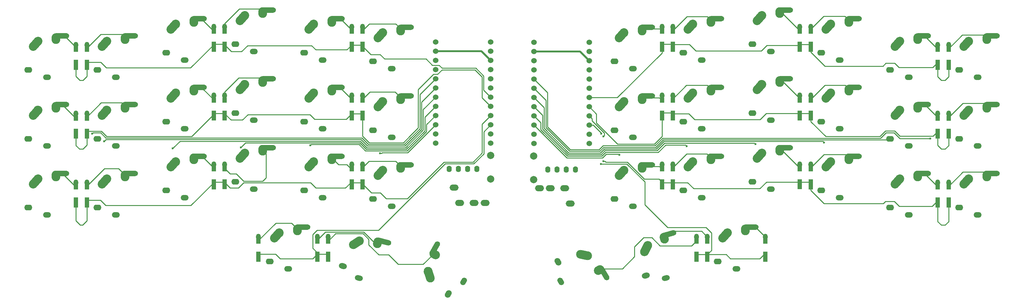
<source format=gbr>
%TF.GenerationSoftware,KiCad,Pcbnew,8.0.3*%
%TF.CreationDate,2024-08-02T01:13:42+01:00*%
%TF.ProjectId,corne-light,636f726e-652d-46c6-9967-68742e6b6963,2.0*%
%TF.SameCoordinates,Original*%
%TF.FileFunction,Copper,L2,Bot*%
%TF.FilePolarity,Positive*%
%FSLAX46Y46*%
G04 Gerber Fmt 4.6, Leading zero omitted, Abs format (unit mm)*
G04 Created by KiCad (PCBNEW 8.0.3) date 2024-08-02 01:13:42*
%MOMM*%
%LPD*%
G01*
G04 APERTURE LIST*
G04 Aperture macros list*
%AMHorizOval*
0 Thick line with rounded ends*
0 $1 width*
0 $2 $3 position (X,Y) of the first rounded end (center of the circle)*
0 $4 $5 position (X,Y) of the second rounded end (center of the circle)*
0 Add line between two ends*
20,1,$1,$2,$3,$4,$5,0*
0 Add two circle primitives to create the rounded ends*
1,1,$1,$2,$3*
1,1,$1,$4,$5*%
G04 Aperture macros list end*
%TA.AperFunction,SMDPad,CuDef*%
%ADD10R,1.300000X1.400000*%
%TD*%
%TA.AperFunction,ComponentPad*%
%ADD11O,1.300000X1.778000*%
%TD*%
%TA.AperFunction,ComponentPad*%
%ADD12R,1.300000X1.778000*%
%TD*%
%TA.AperFunction,ComponentPad*%
%ADD13O,1.397000X1.778000*%
%TD*%
%TA.AperFunction,ComponentPad*%
%ADD14O,2.500000X1.700000*%
%TD*%
%TA.AperFunction,ComponentPad*%
%ADD15C,2.000000*%
%TD*%
%TA.AperFunction,ComponentPad*%
%ADD16HorizOval,2.400000X-0.978148X0.207912X0.978148X-0.207912X0*%
%TD*%
%TA.AperFunction,ComponentPad*%
%ADD17HorizOval,2.400000X-0.238157X-0.137500X0.238157X0.137500X0*%
%TD*%
%TA.AperFunction,ComponentPad*%
%ADD18C,2.400000*%
%TD*%
%TA.AperFunction,ComponentPad*%
%ADD19HorizOval,1.500000X0.735931X-1.249362X-0.735931X1.249362X0*%
%TD*%
%TA.AperFunction,ComponentPad*%
%ADD20HorizOval,1.600000X0.150000X-0.259808X-0.150000X0.259808X0*%
%TD*%
%TA.AperFunction,ComponentPad*%
%ADD21HorizOval,1.500000X0.175000X-0.303109X-0.175000X0.303109X0*%
%TD*%
%TA.AperFunction,ComponentPad*%
%ADD22HorizOval,2.400000X-0.309017X0.951057X0.309017X-0.951057X0*%
%TD*%
%TA.AperFunction,ComponentPad*%
%ADD23HorizOval,2.400000X-0.238157X0.137500X0.238157X-0.137500X0*%
%TD*%
%TA.AperFunction,ComponentPad*%
%ADD24HorizOval,1.500000X0.714014X1.262016X-0.714014X-1.262016X0*%
%TD*%
%TA.AperFunction,ComponentPad*%
%ADD25HorizOval,1.600000X0.150000X0.259808X-0.150000X-0.259808X0*%
%TD*%
%TA.AperFunction,ComponentPad*%
%ADD26HorizOval,1.500000X0.175000X0.303109X-0.175000X-0.303109X0*%
%TD*%
%TA.AperFunction,ComponentPad*%
%ADD27HorizOval,2.400000X-0.669131X-0.743145X0.669131X0.743145X0*%
%TD*%
%TA.AperFunction,ComponentPad*%
%ADD28O,2.400000X2.950000*%
%TD*%
%TA.AperFunction,ComponentPad*%
%ADD29HorizOval,1.500000X1.449945X0.012653X-1.449945X-0.012653X0*%
%TD*%
%TA.AperFunction,ComponentPad*%
%ADD30O,2.200000X1.600000*%
%TD*%
%TA.AperFunction,ComponentPad*%
%ADD31O,2.200000X1.500000*%
%TD*%
%TA.AperFunction,ComponentPad*%
%ADD32HorizOval,2.400000X-0.453990X-0.891007X0.453990X0.891007X0*%
%TD*%
%TA.AperFunction,ComponentPad*%
%ADD33HorizOval,2.400000X-0.071175X0.265630X0.071175X-0.265630X0*%
%TD*%
%TA.AperFunction,ComponentPad*%
%ADD34HorizOval,1.500000X1.397264X0.387496X-1.397264X-0.387496X0*%
%TD*%
%TA.AperFunction,ComponentPad*%
%ADD35HorizOval,1.600000X0.289778X0.077646X-0.289778X-0.077646X0*%
%TD*%
%TA.AperFunction,ComponentPad*%
%ADD36HorizOval,1.500000X0.338074X0.090587X-0.338074X-0.090587X0*%
%TD*%
%TA.AperFunction,ComponentPad*%
%ADD37HorizOval,2.400000X-0.838671X-0.544639X0.838671X0.544639X0*%
%TD*%
%TA.AperFunction,ComponentPad*%
%ADD38HorizOval,2.400000X-0.071175X-0.265630X0.071175X0.265630X0*%
%TD*%
%TA.AperFunction,ComponentPad*%
%ADD39HorizOval,1.500000X1.403814X-0.363051X-1.403814X0.363051X0*%
%TD*%
%TA.AperFunction,ComponentPad*%
%ADD40HorizOval,1.600000X0.289778X-0.077646X-0.289778X0.077646X0*%
%TD*%
%TA.AperFunction,ComponentPad*%
%ADD41HorizOval,1.500000X0.338074X-0.090587X-0.338074X0.090587X0*%
%TD*%
%TA.AperFunction,ComponentPad*%
%ADD42C,1.524000*%
%TD*%
%TA.AperFunction,ViaPad*%
%ADD43C,0.600000*%
%TD*%
%TA.AperFunction,Conductor*%
%ADD44C,0.254000*%
%TD*%
%TA.AperFunction,Conductor*%
%ADD45C,0.250000*%
%TD*%
%TA.AperFunction,Conductor*%
%ADD46C,0.508000*%
%TD*%
G04 APERTURE END LIST*
D10*
%TO.P,D13,2*%
%TO.N,Net-(D13-Pad2)*%
X-44652000Y9543625D03*
%TO.P,D13,1*%
%TO.N,row2*%
X-44652000Y5993625D03*
D11*
%TO.P,D13,2*%
%TO.N,Net-(D13-Pad2)*%
X-44652000Y10768625D03*
D12*
%TO.P,D13,1*%
%TO.N,row2*%
X-44652000Y4768625D03*
%TD*%
D10*
%TO.P,D14,2*%
%TO.N,Net-(D14-Pad2)*%
X-41652000Y9540500D03*
%TO.P,D14,1*%
%TO.N,row2*%
X-41652000Y5990500D03*
D11*
%TO.P,D14,2*%
%TO.N,Net-(D14-Pad2)*%
X-41652000Y10765500D03*
D12*
%TO.P,D14,1*%
%TO.N,row2*%
X-41652000Y4765500D03*
%TD*%
D10*
%TO.P,D34,2*%
%TO.N,Net-(D34-Pad2)*%
X195845347Y9540068D03*
%TO.P,D34,1*%
%TO.N,row2_r*%
X195845347Y5990068D03*
D11*
%TO.P,D34,2*%
%TO.N,Net-(D34-Pad2)*%
X195845347Y10765068D03*
D12*
%TO.P,D34,1*%
%TO.N,row2_r*%
X195845347Y4765068D03*
%TD*%
D10*
%TO.P,D12,2*%
%TO.N,Net-(D12-Pad2)*%
X34348000Y33540500D03*
%TO.P,D12,1*%
%TO.N,row1*%
X34348000Y29990500D03*
D11*
%TO.P,D12,2*%
%TO.N,Net-(D12-Pad2)*%
X34348000Y34765500D03*
D12*
%TO.P,D12,1*%
%TO.N,row1*%
X34348000Y28765500D03*
%TD*%
D10*
%TO.P,D33,2*%
%TO.N,Net-(D33-Pad2)*%
X116845347Y33540068D03*
%TO.P,D33,1*%
%TO.N,row1_r*%
X116845347Y29990068D03*
D11*
%TO.P,D33,2*%
%TO.N,Net-(D33-Pad2)*%
X116845347Y34765068D03*
D12*
%TO.P,D33,1*%
%TO.N,row1_r*%
X116845347Y28765068D03*
%TD*%
D10*
%TO.P,D32,2*%
%TO.N,Net-(D32-Pad2)*%
X119845347Y33540068D03*
%TO.P,D32,1*%
%TO.N,row1_r*%
X119845347Y29990068D03*
D11*
%TO.P,D32,2*%
%TO.N,Net-(D32-Pad2)*%
X119845347Y34765068D03*
D12*
%TO.P,D32,1*%
%TO.N,row1_r*%
X119845347Y28765068D03*
%TD*%
D10*
%TO.P,D31,2*%
%TO.N,Net-(D31-Pad2)*%
X154845347Y33545068D03*
%TO.P,D31,1*%
%TO.N,row1_r*%
X154845347Y29995068D03*
D11*
%TO.P,D31,2*%
%TO.N,Net-(D31-Pad2)*%
X154845347Y34770068D03*
D12*
%TO.P,D31,1*%
%TO.N,row1_r*%
X154845347Y28770068D03*
%TD*%
D10*
%TO.P,D30,2*%
%TO.N,Net-(D30-Pad2)*%
X157845347Y33540068D03*
%TO.P,D30,1*%
%TO.N,row1_r*%
X157845347Y29990068D03*
D11*
%TO.P,D30,2*%
%TO.N,Net-(D30-Pad2)*%
X157845347Y34765068D03*
D12*
%TO.P,D30,1*%
%TO.N,row1_r*%
X157845347Y28765068D03*
%TD*%
D10*
%TO.P,D29,2*%
%TO.N,Net-(D29-Pad2)*%
X192845347Y28540068D03*
%TO.P,D29,1*%
%TO.N,row1_r*%
X192845347Y24990068D03*
D11*
%TO.P,D29,2*%
%TO.N,Net-(D29-Pad2)*%
X192845347Y29765068D03*
D12*
%TO.P,D29,1*%
%TO.N,row1_r*%
X192845347Y23765068D03*
%TD*%
D10*
%TO.P,D28,2*%
%TO.N,Net-(D28-Pad2)*%
X195845347Y28540068D03*
%TO.P,D28,1*%
%TO.N,row1_r*%
X195845347Y24990068D03*
D11*
%TO.P,D28,2*%
%TO.N,Net-(D28-Pad2)*%
X195845347Y29765068D03*
D12*
%TO.P,D28,1*%
%TO.N,row1_r*%
X195845347Y23765068D03*
%TD*%
D10*
%TO.P,D27,2*%
%TO.N,Net-(D27-Pad2)*%
X116845347Y52540068D03*
%TO.P,D27,1*%
%TO.N,row0_r*%
X116845347Y48990068D03*
D11*
%TO.P,D27,2*%
%TO.N,Net-(D27-Pad2)*%
X116845347Y53765068D03*
D12*
%TO.P,D27,1*%
%TO.N,row0_r*%
X116845347Y47765068D03*
%TD*%
D10*
%TO.P,D26,2*%
%TO.N,Net-(D26-Pad2)*%
X119845347Y52540068D03*
%TO.P,D26,1*%
%TO.N,row0_r*%
X119845347Y48990068D03*
D11*
%TO.P,D26,2*%
%TO.N,Net-(D26-Pad2)*%
X119845347Y53765068D03*
D12*
%TO.P,D26,1*%
%TO.N,row0_r*%
X119845347Y47765068D03*
%TD*%
D10*
%TO.P,D25,2*%
%TO.N,Net-(D25-Pad2)*%
X154845347Y52545068D03*
%TO.P,D25,1*%
%TO.N,row0_r*%
X154845347Y48995068D03*
D11*
%TO.P,D25,2*%
%TO.N,Net-(D25-Pad2)*%
X154845347Y53770068D03*
D12*
%TO.P,D25,1*%
%TO.N,row0_r*%
X154845347Y47770068D03*
%TD*%
D10*
%TO.P,D24,2*%
%TO.N,Net-(D24-Pad2)*%
X157845347Y52540068D03*
%TO.P,D24,1*%
%TO.N,row0_r*%
X157845347Y48990068D03*
D11*
%TO.P,D24,2*%
%TO.N,Net-(D24-Pad2)*%
X157845347Y53765068D03*
D12*
%TO.P,D24,1*%
%TO.N,row0_r*%
X157845347Y47765068D03*
%TD*%
D10*
%TO.P,D23,2*%
%TO.N,Net-(D23-Pad2)*%
X192845347Y47540068D03*
%TO.P,D23,1*%
%TO.N,row0_r*%
X192845347Y43990068D03*
D11*
%TO.P,D23,2*%
%TO.N,Net-(D23-Pad2)*%
X192845347Y48765068D03*
D12*
%TO.P,D23,1*%
%TO.N,row0_r*%
X192845347Y42765068D03*
%TD*%
D10*
%TO.P,D22,2*%
%TO.N,Net-(D22-Pad2)*%
X195845347Y47540068D03*
%TO.P,D22,1*%
%TO.N,row0_r*%
X195845347Y43990068D03*
D11*
%TO.P,D22,2*%
%TO.N,Net-(D22-Pad2)*%
X195845347Y48765068D03*
D12*
%TO.P,D22,1*%
%TO.N,row0_r*%
X195845347Y42765068D03*
%TD*%
D10*
%TO.P,D42,2*%
%TO.N,Net-(D42-Pad2)*%
X126355347Y-5454932D03*
%TO.P,D42,1*%
%TO.N,row3_r*%
X126355347Y-9004932D03*
D11*
%TO.P,D42,2*%
%TO.N,Net-(D42-Pad2)*%
X126355347Y-4229932D03*
D12*
%TO.P,D42,1*%
%TO.N,row3_r*%
X126355347Y-10229932D03*
%TD*%
D10*
%TO.P,D41,2*%
%TO.N,Net-(D41-Pad2)*%
X129355347Y-5454932D03*
%TO.P,D41,1*%
%TO.N,row3_r*%
X129355347Y-9004932D03*
D11*
%TO.P,D41,2*%
%TO.N,Net-(D41-Pad2)*%
X129355347Y-4229932D03*
D12*
%TO.P,D41,1*%
%TO.N,row3_r*%
X129355347Y-10229932D03*
%TD*%
D10*
%TO.P,D40,2*%
%TO.N,Net-(D40-Pad2)*%
X145345347Y-5469932D03*
%TO.P,D40,1*%
%TO.N,row3_r*%
X145345347Y-9019932D03*
D11*
%TO.P,D40,2*%
%TO.N,Net-(D40-Pad2)*%
X145345347Y-4244932D03*
D12*
%TO.P,D40,1*%
%TO.N,row3_r*%
X145345347Y-10244932D03*
%TD*%
D10*
%TO.P,D39,2*%
%TO.N,Net-(D39-Pad2)*%
X116845347Y14540068D03*
%TO.P,D39,1*%
%TO.N,row2_r*%
X116845347Y10990068D03*
D11*
%TO.P,D39,2*%
%TO.N,Net-(D39-Pad2)*%
X116845347Y15765068D03*
D12*
%TO.P,D39,1*%
%TO.N,row2_r*%
X116845347Y9765068D03*
%TD*%
D10*
%TO.P,D38,2*%
%TO.N,Net-(D38-Pad2)*%
X119845347Y14540068D03*
%TO.P,D38,1*%
%TO.N,row2_r*%
X119845347Y10990068D03*
D11*
%TO.P,D38,2*%
%TO.N,Net-(D38-Pad2)*%
X119845347Y15765068D03*
D12*
%TO.P,D38,1*%
%TO.N,row2_r*%
X119845347Y9765068D03*
%TD*%
D10*
%TO.P,D37,2*%
%TO.N,Net-(D37-Pad2)*%
X154845347Y14545068D03*
%TO.P,D37,1*%
%TO.N,row2_r*%
X154845347Y10995068D03*
D11*
%TO.P,D37,2*%
%TO.N,Net-(D37-Pad2)*%
X154845347Y15770068D03*
D12*
%TO.P,D37,1*%
%TO.N,row2_r*%
X154845347Y9770068D03*
%TD*%
D10*
%TO.P,D36,2*%
%TO.N,Net-(D36-Pad2)*%
X157845347Y14540068D03*
%TO.P,D36,1*%
%TO.N,row2_r*%
X157845347Y10990068D03*
D11*
%TO.P,D36,2*%
%TO.N,Net-(D36-Pad2)*%
X157845347Y15765068D03*
D12*
%TO.P,D36,1*%
%TO.N,row2_r*%
X157845347Y9765068D03*
%TD*%
D10*
%TO.P,D35,2*%
%TO.N,Net-(D35-Pad2)*%
X192845347Y9540068D03*
%TO.P,D35,1*%
%TO.N,row2_r*%
X192845347Y5990068D03*
D11*
%TO.P,D35,2*%
%TO.N,Net-(D35-Pad2)*%
X192845347Y10765068D03*
D12*
%TO.P,D35,1*%
%TO.N,row2_r*%
X192845347Y4765068D03*
%TD*%
D10*
%TO.P,D1,2*%
%TO.N,Net-(D1-Pad2)*%
X-44652000Y47543625D03*
%TO.P,D1,1*%
%TO.N,row0*%
X-44652000Y43993625D03*
D11*
%TO.P,D1,2*%
%TO.N,Net-(D1-Pad2)*%
X-44652000Y48768625D03*
D12*
%TO.P,D1,1*%
%TO.N,row0*%
X-44652000Y42768625D03*
%TD*%
D10*
%TO.P,D2,2*%
%TO.N,Net-(D2-Pad2)*%
X-41652000Y47540500D03*
%TO.P,D2,1*%
%TO.N,row0*%
X-41652000Y43990500D03*
D11*
%TO.P,D2,2*%
%TO.N,Net-(D2-Pad2)*%
X-41652000Y48765500D03*
D12*
%TO.P,D2,1*%
%TO.N,row0*%
X-41652000Y42765500D03*
%TD*%
D10*
%TO.P,D3,2*%
%TO.N,Net-(D3-Pad2)*%
X-6652000Y52540500D03*
%TO.P,D3,1*%
%TO.N,row0*%
X-6652000Y48990500D03*
D11*
%TO.P,D3,2*%
%TO.N,Net-(D3-Pad2)*%
X-6652000Y53765500D03*
D12*
%TO.P,D3,1*%
%TO.N,row0*%
X-6652000Y47765500D03*
%TD*%
D10*
%TO.P,D4,2*%
%TO.N,Net-(D4-Pad2)*%
X-3652000Y52545500D03*
%TO.P,D4,1*%
%TO.N,row0*%
X-3652000Y48995500D03*
D11*
%TO.P,D4,2*%
%TO.N,Net-(D4-Pad2)*%
X-3652000Y53770500D03*
D12*
%TO.P,D4,1*%
%TO.N,row0*%
X-3652000Y47770500D03*
%TD*%
D10*
%TO.P,D5,2*%
%TO.N,Net-(D5-Pad2)*%
X31348000Y52540500D03*
%TO.P,D5,1*%
%TO.N,row0*%
X31348000Y48990500D03*
D11*
%TO.P,D5,2*%
%TO.N,Net-(D5-Pad2)*%
X31348000Y53765500D03*
D12*
%TO.P,D5,1*%
%TO.N,row0*%
X31348000Y47765500D03*
%TD*%
D10*
%TO.P,D6,2*%
%TO.N,Net-(D6-Pad2)*%
X34348000Y52540500D03*
%TO.P,D6,1*%
%TO.N,row0*%
X34348000Y48990500D03*
D11*
%TO.P,D6,2*%
%TO.N,Net-(D6-Pad2)*%
X34348000Y53765500D03*
D12*
%TO.P,D6,1*%
%TO.N,row0*%
X34348000Y47765500D03*
%TD*%
D10*
%TO.P,D7,2*%
%TO.N,Net-(D7-Pad2)*%
X-44652000Y28543625D03*
%TO.P,D7,1*%
%TO.N,row1*%
X-44652000Y24993625D03*
D11*
%TO.P,D7,2*%
%TO.N,Net-(D7-Pad2)*%
X-44652000Y29768625D03*
D12*
%TO.P,D7,1*%
%TO.N,row1*%
X-44652000Y23768625D03*
%TD*%
D10*
%TO.P,D8,2*%
%TO.N,Net-(D8-Pad2)*%
X-41652000Y28540500D03*
%TO.P,D8,1*%
%TO.N,row1*%
X-41652000Y24990500D03*
D11*
%TO.P,D8,2*%
%TO.N,Net-(D8-Pad2)*%
X-41652000Y29765500D03*
D12*
%TO.P,D8,1*%
%TO.N,row1*%
X-41652000Y23765500D03*
%TD*%
D10*
%TO.P,D9,2*%
%TO.N,Net-(D9-Pad2)*%
X-6652000Y33540500D03*
%TO.P,D9,1*%
%TO.N,row1*%
X-6652000Y29990500D03*
D11*
%TO.P,D9,2*%
%TO.N,Net-(D9-Pad2)*%
X-6652000Y34765500D03*
D12*
%TO.P,D9,1*%
%TO.N,row1*%
X-6652000Y28765500D03*
%TD*%
D10*
%TO.P,D10,2*%
%TO.N,Net-(D10-Pad2)*%
X-3652000Y33545500D03*
%TO.P,D10,1*%
%TO.N,row1*%
X-3652000Y29995500D03*
D11*
%TO.P,D10,2*%
%TO.N,Net-(D10-Pad2)*%
X-3652000Y34770500D03*
D12*
%TO.P,D10,1*%
%TO.N,row1*%
X-3652000Y28770500D03*
%TD*%
D10*
%TO.P,D11,2*%
%TO.N,Net-(D11-Pad2)*%
X31348000Y33540500D03*
%TO.P,D11,1*%
%TO.N,row1*%
X31348000Y29990500D03*
D11*
%TO.P,D11,2*%
%TO.N,Net-(D11-Pad2)*%
X31348000Y34765500D03*
D12*
%TO.P,D11,1*%
%TO.N,row1*%
X31348000Y28765500D03*
%TD*%
D10*
%TO.P,D15,2*%
%TO.N,Net-(D15-Pad2)*%
X-6652000Y14540500D03*
%TO.P,D15,1*%
%TO.N,row2*%
X-6652000Y10990500D03*
D11*
%TO.P,D15,2*%
%TO.N,Net-(D15-Pad2)*%
X-6652000Y15765500D03*
D12*
%TO.P,D15,1*%
%TO.N,row2*%
X-6652000Y9765500D03*
%TD*%
D10*
%TO.P,D16,2*%
%TO.N,Net-(D16-Pad2)*%
X-3652000Y14545500D03*
%TO.P,D16,1*%
%TO.N,row2*%
X-3652000Y10995500D03*
D11*
%TO.P,D16,2*%
%TO.N,Net-(D16-Pad2)*%
X-3652000Y15770500D03*
D12*
%TO.P,D16,1*%
%TO.N,row2*%
X-3652000Y9770500D03*
%TD*%
D10*
%TO.P,D17,2*%
%TO.N,Net-(D17-Pad2)*%
X31348000Y14540500D03*
%TO.P,D17,1*%
%TO.N,row2*%
X31348000Y10990500D03*
D11*
%TO.P,D17,2*%
%TO.N,Net-(D17-Pad2)*%
X31348000Y15765500D03*
D12*
%TO.P,D17,1*%
%TO.N,row2*%
X31348000Y9765500D03*
%TD*%
D10*
%TO.P,D18,2*%
%TO.N,Net-(D18-Pad2)*%
X34348000Y14540500D03*
%TO.P,D18,1*%
%TO.N,row2*%
X34348000Y10990500D03*
D11*
%TO.P,D18,2*%
%TO.N,Net-(D18-Pad2)*%
X34348000Y15765500D03*
D12*
%TO.P,D18,1*%
%TO.N,row2*%
X34348000Y9765500D03*
%TD*%
D10*
%TO.P,D19,2*%
%TO.N,Net-(D19-Pad2)*%
X5668000Y-5449500D03*
%TO.P,D19,1*%
%TO.N,row3*%
X5668000Y-8999500D03*
D11*
%TO.P,D19,2*%
%TO.N,Net-(D19-Pad2)*%
X5668000Y-4224500D03*
D12*
%TO.P,D19,1*%
%TO.N,row3*%
X5668000Y-10224500D03*
%TD*%
D10*
%TO.P,D20,2*%
%TO.N,Net-(D20-Pad2)*%
X21848000Y-5444500D03*
%TO.P,D20,1*%
%TO.N,row3*%
X21848000Y-8994500D03*
D11*
%TO.P,D20,2*%
%TO.N,Net-(D20-Pad2)*%
X21848000Y-4219500D03*
D12*
%TO.P,D20,1*%
%TO.N,row3*%
X21848000Y-10219500D03*
%TD*%
D10*
%TO.P,D21,2*%
%TO.N,Net-(D21-Pad2)*%
X24848000Y-5444500D03*
%TO.P,D21,1*%
%TO.N,row3*%
X24848000Y-8994500D03*
D11*
%TO.P,D21,2*%
%TO.N,Net-(D21-Pad2)*%
X24848000Y-4219500D03*
D12*
%TO.P,D21,1*%
%TO.N,row3*%
X24848000Y-10219500D03*
%TD*%
D13*
%TO.P,J7,4*%
%TO.N,GNDA*%
X93038000Y14375500D03*
%TO.P,J7,3*%
%TO.N,VDD*%
X90498000Y14375500D03*
%TO.P,J7,2*%
%TO.N,SCL_r*%
X87958000Y14375500D03*
%TO.P,J7,1*%
%TO.N,SDA_r*%
X85418000Y14375500D03*
%TD*%
%TO.P,J2,4*%
%TO.N,GND*%
X65809000Y14517500D03*
%TO.P,J2,3*%
%TO.N,VCC*%
X63269000Y14517500D03*
%TO.P,J2,2*%
%TO.N,SCL*%
X60729000Y14517500D03*
%TO.P,J2,1*%
%TO.N,SDA*%
X58189000Y14517500D03*
%TD*%
D14*
%TO.P,J6,A*%
%TO.N,Net-(J6-PadA)*%
X91568347Y5020068D03*
%TO.P,J6,D*%
%TO.N,VDD*%
X90068347Y9220068D03*
%TO.P,J6,C*%
%TO.N,GNDA*%
X86068347Y9220068D03*
%TO.P,J6,B*%
%TO.N,data_r*%
X83068347Y9220068D03*
%TD*%
%TO.P,J1,A*%
%TO.N,Net-(J1-PadA)*%
X59575000Y9353500D03*
%TO.P,J1,D*%
%TO.N,VCC*%
X61075000Y5153500D03*
%TO.P,J1,C*%
%TO.N,GND*%
X65075000Y5153500D03*
%TO.P,J1,B*%
%TO.N,data*%
X68075000Y5153500D03*
%TD*%
D15*
%TO.P,RSW2,2*%
%TO.N,GNDA*%
X81535347Y18118068D03*
%TO.P,RSW2,1*%
%TO.N,reset_r*%
X81535347Y11618068D03*
%TD*%
%TO.P,RSW1,2*%
%TO.N,GND*%
X69665000Y18264500D03*
%TO.P,RSW1,1*%
%TO.N,reset*%
X69665000Y11764500D03*
%TD*%
D16*
%TO.P,SW42,1*%
%TO.N,col5_r*%
X95381860Y-9251947D03*
D17*
%TO.P,SW42,2*%
%TO.N,Net-(D42-Pad2)*%
X99502269Y-13374996D03*
D18*
%TO.P,SW42,1*%
%TO.N,col5_r*%
X96309449Y-9444868D03*
D19*
%TO.P,SW42,2*%
%TO.N,Net-(D42-Pad2)*%
X100843496Y-14217267D03*
D20*
%TO.P,SW42,1*%
%TO.N,col5_r*%
X88167848Y-11143202D03*
D21*
%TO.P,SW42,2*%
%TO.N,Net-(D42-Pad2)*%
X88985797Y-16559932D03*
%TD*%
D22*
%TO.P,SW21,1*%
%TO.N,col5*%
X52680618Y-14674340D03*
D23*
%TO.P,SW21,2*%
%TO.N,Net-(D21-Pad2)*%
X54191078Y-9044436D03*
D18*
%TO.P,SW21,1*%
%TO.N,col5*%
X52383898Y-13774564D03*
D24*
%TO.P,SW21,2*%
%TO.N,Net-(D21-Pad2)*%
X54249893Y-7461764D03*
D25*
%TO.P,SW21,1*%
%TO.N,col5*%
X57925499Y-19976230D03*
D26*
%TO.P,SW21,2*%
%TO.N,Net-(D21-Pad2)*%
X62207550Y-16559500D03*
%TD*%
D27*
%TO.P,SW18,1*%
%TO.N,col5*%
X39217131Y13433645D03*
D28*
%TO.P,SW18,2*%
%TO.N,Net-(D18-Pad2)*%
X44848000Y14940500D03*
D18*
%TO.P,SW18,1*%
%TO.N,col5*%
X39848000Y14140500D03*
D29*
%TO.P,SW18,2*%
%TO.N,Net-(D18-Pad2)*%
X46248042Y15680901D03*
D30*
%TO.P,SW18,1*%
%TO.N,col5*%
X37248000Y6240500D03*
D31*
%TO.P,SW18,2*%
%TO.N,Net-(D18-Pad2)*%
X42348000Y4240500D03*
%TD*%
D27*
%TO.P,SW32,1*%
%TO.N,col4_r*%
X124714478Y34808213D03*
D28*
%TO.P,SW32,2*%
%TO.N,Net-(D32-Pad2)*%
X130345347Y36315068D03*
D18*
%TO.P,SW32,1*%
%TO.N,col4_r*%
X125345347Y35515068D03*
D29*
%TO.P,SW32,2*%
%TO.N,Net-(D32-Pad2)*%
X131745389Y37055469D03*
D30*
%TO.P,SW32,1*%
%TO.N,col4_r*%
X122745347Y27615068D03*
D31*
%TO.P,SW32,2*%
%TO.N,Net-(D32-Pad2)*%
X127845347Y25615068D03*
%TD*%
D27*
%TO.P,SW11,1*%
%TO.N,col4*%
X20217131Y34808645D03*
D28*
%TO.P,SW11,2*%
%TO.N,Net-(D11-Pad2)*%
X25848000Y36315500D03*
D18*
%TO.P,SW11,1*%
%TO.N,col4*%
X20848000Y35515500D03*
D29*
%TO.P,SW11,2*%
%TO.N,Net-(D11-Pad2)*%
X27248042Y37055901D03*
D30*
%TO.P,SW11,1*%
%TO.N,col4*%
X18248000Y27615500D03*
D31*
%TO.P,SW11,2*%
%TO.N,Net-(D11-Pad2)*%
X23348000Y25615500D03*
%TD*%
D27*
%TO.P,SW33,1*%
%TO.N,col5_r*%
X105714478Y32433213D03*
D28*
%TO.P,SW33,2*%
%TO.N,Net-(D33-Pad2)*%
X111345347Y33940068D03*
D18*
%TO.P,SW33,1*%
%TO.N,col5_r*%
X106345347Y33140068D03*
D29*
%TO.P,SW33,2*%
%TO.N,Net-(D33-Pad2)*%
X112745389Y34680469D03*
D30*
%TO.P,SW33,1*%
%TO.N,col5_r*%
X103745347Y25240068D03*
D31*
%TO.P,SW33,2*%
%TO.N,Net-(D33-Pad2)*%
X108845347Y23240068D03*
%TD*%
D32*
%TO.P,SW41,1*%
%TO.N,col4_r*%
X112468830Y-7489327D03*
D33*
%TO.P,SW41,2*%
%TO.N,Net-(D41-Pad2)*%
X117517830Y-4576440D03*
D18*
%TO.P,SW41,1*%
%TO.N,col4_r*%
X112895256Y-6643276D03*
D34*
%TO.P,SW41,2*%
%TO.N,Net-(D41-Pad2)*%
X118678537Y-3498910D03*
D35*
%TO.P,SW41,1*%
%TO.N,col4_r*%
X112428520Y-14947020D03*
D36*
%TO.P,SW41,2*%
%TO.N,Net-(D41-Pad2)*%
X117872379Y-15558894D03*
%TD*%
D27*
%TO.P,SW8,1*%
%TO.N,col1*%
X-36782869Y30058645D03*
D28*
%TO.P,SW8,2*%
%TO.N,Net-(D8-Pad2)*%
X-31152000Y31565500D03*
D18*
%TO.P,SW8,1*%
%TO.N,col1*%
X-36152000Y30765500D03*
D29*
%TO.P,SW8,2*%
%TO.N,Net-(D8-Pad2)*%
X-29751958Y32305901D03*
D30*
%TO.P,SW8,1*%
%TO.N,col1*%
X-38752000Y22865500D03*
D31*
%TO.P,SW8,2*%
%TO.N,Net-(D8-Pad2)*%
X-33652000Y20865500D03*
%TD*%
D27*
%TO.P,SW7,1*%
%TO.N,col0*%
X-55782869Y30058645D03*
D28*
%TO.P,SW7,2*%
%TO.N,Net-(D7-Pad2)*%
X-50152000Y31565500D03*
D18*
%TO.P,SW7,1*%
%TO.N,col0*%
X-55152000Y30765500D03*
D29*
%TO.P,SW7,2*%
%TO.N,Net-(D7-Pad2)*%
X-48751958Y32305901D03*
D30*
%TO.P,SW7,1*%
%TO.N,col0*%
X-57752000Y22865500D03*
D31*
%TO.P,SW7,2*%
%TO.N,Net-(D7-Pad2)*%
X-52652000Y20865500D03*
%TD*%
D27*
%TO.P,SW1,1*%
%TO.N,col0*%
X-55782869Y49058645D03*
D28*
%TO.P,SW1,2*%
%TO.N,Net-(D1-Pad2)*%
X-50152000Y50565500D03*
D18*
%TO.P,SW1,1*%
%TO.N,col0*%
X-55152000Y49765500D03*
D29*
%TO.P,SW1,2*%
%TO.N,Net-(D1-Pad2)*%
X-48751958Y51305901D03*
D30*
%TO.P,SW1,1*%
%TO.N,col0*%
X-57752000Y41865500D03*
D31*
%TO.P,SW1,2*%
%TO.N,Net-(D1-Pad2)*%
X-52652000Y39865500D03*
%TD*%
D27*
%TO.P,SW2,1*%
%TO.N,col1*%
X-36782869Y49058645D03*
D28*
%TO.P,SW2,2*%
%TO.N,Net-(D2-Pad2)*%
X-31152000Y50565500D03*
D18*
%TO.P,SW2,1*%
%TO.N,col1*%
X-36152000Y49765500D03*
D29*
%TO.P,SW2,2*%
%TO.N,Net-(D2-Pad2)*%
X-29751958Y51305901D03*
D30*
%TO.P,SW2,1*%
%TO.N,col1*%
X-38752000Y41865500D03*
D31*
%TO.P,SW2,2*%
%TO.N,Net-(D2-Pad2)*%
X-33652000Y39865500D03*
%TD*%
D27*
%TO.P,SW37,1*%
%TO.N,col3_r*%
X143714478Y18183213D03*
D28*
%TO.P,SW37,2*%
%TO.N,Net-(D37-Pad2)*%
X149345347Y19690068D03*
D18*
%TO.P,SW37,1*%
%TO.N,col3_r*%
X144345347Y18890068D03*
D29*
%TO.P,SW37,2*%
%TO.N,Net-(D37-Pad2)*%
X150745389Y20430469D03*
D30*
%TO.P,SW37,1*%
%TO.N,col3_r*%
X141745347Y10990068D03*
D31*
%TO.P,SW37,2*%
%TO.N,Net-(D37-Pad2)*%
X146845347Y8990068D03*
%TD*%
D27*
%TO.P,SW9,1*%
%TO.N,col2*%
X-17782869Y34808645D03*
D28*
%TO.P,SW9,2*%
%TO.N,Net-(D9-Pad2)*%
X-12152000Y36315500D03*
D18*
%TO.P,SW9,1*%
%TO.N,col2*%
X-17152000Y35515500D03*
D29*
%TO.P,SW9,2*%
%TO.N,Net-(D9-Pad2)*%
X-10751958Y37055901D03*
D30*
%TO.P,SW9,1*%
%TO.N,col2*%
X-19752000Y27615500D03*
D31*
%TO.P,SW9,2*%
%TO.N,Net-(D9-Pad2)*%
X-14652000Y25615500D03*
%TD*%
D27*
%TO.P,SW26,1*%
%TO.N,col4_r*%
X124714478Y53808213D03*
D28*
%TO.P,SW26,2*%
%TO.N,Net-(D26-Pad2)*%
X130345347Y55315068D03*
D18*
%TO.P,SW26,1*%
%TO.N,col4_r*%
X125345347Y54515068D03*
D29*
%TO.P,SW26,2*%
%TO.N,Net-(D26-Pad2)*%
X131745389Y56055469D03*
D30*
%TO.P,SW26,1*%
%TO.N,col4_r*%
X122745347Y46615068D03*
D31*
%TO.P,SW26,2*%
%TO.N,Net-(D26-Pad2)*%
X127845347Y44615068D03*
%TD*%
D27*
%TO.P,SW3,1*%
%TO.N,col2*%
X-17782869Y53808645D03*
D28*
%TO.P,SW3,2*%
%TO.N,Net-(D3-Pad2)*%
X-12152000Y55315500D03*
D18*
%TO.P,SW3,1*%
%TO.N,col2*%
X-17152000Y54515500D03*
D29*
%TO.P,SW3,2*%
%TO.N,Net-(D3-Pad2)*%
X-10751958Y56055901D03*
D30*
%TO.P,SW3,1*%
%TO.N,col2*%
X-19752000Y46615500D03*
D31*
%TO.P,SW3,2*%
%TO.N,Net-(D3-Pad2)*%
X-14652000Y44615500D03*
%TD*%
D27*
%TO.P,SW14,1*%
%TO.N,col1*%
X-36782869Y11058645D03*
D28*
%TO.P,SW14,2*%
%TO.N,Net-(D14-Pad2)*%
X-31152000Y12565500D03*
D18*
%TO.P,SW14,1*%
%TO.N,col1*%
X-36152000Y11765500D03*
D29*
%TO.P,SW14,2*%
%TO.N,Net-(D14-Pad2)*%
X-29751958Y13305901D03*
D30*
%TO.P,SW14,1*%
%TO.N,col1*%
X-38752000Y3865500D03*
D31*
%TO.P,SW14,2*%
%TO.N,Net-(D14-Pad2)*%
X-33652000Y1865500D03*
%TD*%
D27*
%TO.P,SW27,1*%
%TO.N,col5_r*%
X105714478Y51433213D03*
D28*
%TO.P,SW27,2*%
%TO.N,Net-(D27-Pad2)*%
X111345347Y52940068D03*
D18*
%TO.P,SW27,1*%
%TO.N,col5_r*%
X106345347Y52140068D03*
D29*
%TO.P,SW27,2*%
%TO.N,Net-(D27-Pad2)*%
X112745389Y53680469D03*
D30*
%TO.P,SW27,1*%
%TO.N,col5_r*%
X103745347Y44240068D03*
D31*
%TO.P,SW27,2*%
%TO.N,Net-(D27-Pad2)*%
X108845347Y42240068D03*
%TD*%
D27*
%TO.P,SW12,1*%
%TO.N,col5*%
X39217131Y32433645D03*
D28*
%TO.P,SW12,2*%
%TO.N,Net-(D12-Pad2)*%
X44848000Y33940500D03*
D18*
%TO.P,SW12,1*%
%TO.N,col5*%
X39848000Y33140500D03*
D29*
%TO.P,SW12,2*%
%TO.N,Net-(D12-Pad2)*%
X46248042Y34680901D03*
D30*
%TO.P,SW12,1*%
%TO.N,col5*%
X37248000Y25240500D03*
D31*
%TO.P,SW12,2*%
%TO.N,Net-(D12-Pad2)*%
X42348000Y23240500D03*
%TD*%
D37*
%TO.P,SW20,1*%
%TO.N,col4*%
X32676141Y-5868238D03*
D38*
%TO.P,SW20,2*%
%TO.N,Net-(D20-Pad2)*%
X38505146Y-5870104D03*
D18*
%TO.P,SW20,1*%
%TO.N,col4*%
X33468462Y-5348749D03*
D39*
%TO.P,SW20,2*%
%TO.N,Net-(D20-Pad2)*%
X40049113Y-5517289D03*
D40*
%TO.P,SW20,1*%
%TO.N,col4*%
X28912384Y-12306634D03*
D41*
%TO.P,SW20,2*%
%TO.N,Net-(D20-Pad2)*%
X33320968Y-15558462D03*
%TD*%
D27*
%TO.P,SW10,1*%
%TO.N,col3*%
X1217131Y37183645D03*
D28*
%TO.P,SW10,2*%
%TO.N,Net-(D10-Pad2)*%
X6848000Y38690500D03*
D18*
%TO.P,SW10,1*%
%TO.N,col3*%
X1848000Y37890500D03*
D29*
%TO.P,SW10,2*%
%TO.N,Net-(D10-Pad2)*%
X8248042Y39430901D03*
D30*
%TO.P,SW10,1*%
%TO.N,col3*%
X-752000Y29990500D03*
D31*
%TO.P,SW10,2*%
%TO.N,Net-(D10-Pad2)*%
X4348000Y27990500D03*
%TD*%
D27*
%TO.P,SW15,1*%
%TO.N,col2*%
X-17782869Y15808645D03*
D28*
%TO.P,SW15,2*%
%TO.N,Net-(D15-Pad2)*%
X-12152000Y17315500D03*
D18*
%TO.P,SW15,1*%
%TO.N,col2*%
X-17152000Y16515500D03*
D29*
%TO.P,SW15,2*%
%TO.N,Net-(D15-Pad2)*%
X-10751958Y18055901D03*
D30*
%TO.P,SW15,1*%
%TO.N,col2*%
X-19752000Y8615500D03*
D31*
%TO.P,SW15,2*%
%TO.N,Net-(D15-Pad2)*%
X-14652000Y6615500D03*
%TD*%
D27*
%TO.P,SW16,1*%
%TO.N,col3*%
X1217131Y18183645D03*
D28*
%TO.P,SW16,2*%
%TO.N,Net-(D16-Pad2)*%
X6848000Y19690500D03*
D18*
%TO.P,SW16,1*%
%TO.N,col3*%
X1848000Y18890500D03*
D29*
%TO.P,SW16,2*%
%TO.N,Net-(D16-Pad2)*%
X8248042Y20430901D03*
D30*
%TO.P,SW16,1*%
%TO.N,col3*%
X-752000Y10990500D03*
D31*
%TO.P,SW16,2*%
%TO.N,Net-(D16-Pad2)*%
X4348000Y8990500D03*
%TD*%
D27*
%TO.P,SW17,1*%
%TO.N,col4*%
X20217131Y15808645D03*
D28*
%TO.P,SW17,2*%
%TO.N,Net-(D17-Pad2)*%
X25848000Y17315500D03*
D18*
%TO.P,SW17,1*%
%TO.N,col4*%
X20848000Y16515500D03*
D29*
%TO.P,SW17,2*%
%TO.N,Net-(D17-Pad2)*%
X27248042Y18055901D03*
D30*
%TO.P,SW17,1*%
%TO.N,col4*%
X18248000Y8615500D03*
D31*
%TO.P,SW17,2*%
%TO.N,Net-(D17-Pad2)*%
X23348000Y6615500D03*
%TD*%
D27*
%TO.P,SW19,1*%
%TO.N,col3*%
X10717131Y-3816355D03*
D28*
%TO.P,SW19,2*%
%TO.N,Net-(D19-Pad2)*%
X16348000Y-2309500D03*
D18*
%TO.P,SW19,1*%
%TO.N,col3*%
X11348000Y-3109500D03*
D29*
%TO.P,SW19,2*%
%TO.N,Net-(D19-Pad2)*%
X17748042Y-1569099D03*
D30*
%TO.P,SW19,1*%
%TO.N,col3*%
X8748000Y-11009500D03*
D31*
%TO.P,SW19,2*%
%TO.N,Net-(D19-Pad2)*%
X13848000Y-13009500D03*
%TD*%
D27*
%TO.P,SW13,1*%
%TO.N,col0*%
X-55782869Y11058645D03*
D28*
%TO.P,SW13,2*%
%TO.N,Net-(D13-Pad2)*%
X-50152000Y12565500D03*
D18*
%TO.P,SW13,1*%
%TO.N,col0*%
X-55152000Y11765500D03*
D29*
%TO.P,SW13,2*%
%TO.N,Net-(D13-Pad2)*%
X-48751958Y13305901D03*
D30*
%TO.P,SW13,1*%
%TO.N,col0*%
X-57752000Y3865500D03*
D31*
%TO.P,SW13,2*%
%TO.N,Net-(D13-Pad2)*%
X-52652000Y1865500D03*
%TD*%
D27*
%TO.P,SW39,1*%
%TO.N,col5_r*%
X105714478Y13433213D03*
D28*
%TO.P,SW39,2*%
%TO.N,Net-(D39-Pad2)*%
X111345347Y14940068D03*
D18*
%TO.P,SW39,1*%
%TO.N,col5_r*%
X106345347Y14140068D03*
D29*
%TO.P,SW39,2*%
%TO.N,Net-(D39-Pad2)*%
X112745389Y15680469D03*
D30*
%TO.P,SW39,1*%
%TO.N,col5_r*%
X103745347Y6240068D03*
D31*
%TO.P,SW39,2*%
%TO.N,Net-(D39-Pad2)*%
X108845347Y4240068D03*
%TD*%
D27*
%TO.P,SW28,1*%
%TO.N,col0_r*%
X200714478Y30058213D03*
D28*
%TO.P,SW28,2*%
%TO.N,Net-(D28-Pad2)*%
X206345347Y31565068D03*
D18*
%TO.P,SW28,1*%
%TO.N,col0_r*%
X201345347Y30765068D03*
D29*
%TO.P,SW28,2*%
%TO.N,Net-(D28-Pad2)*%
X207745389Y32305469D03*
D30*
%TO.P,SW28,1*%
%TO.N,col0_r*%
X198745347Y22865068D03*
D31*
%TO.P,SW28,2*%
%TO.N,Net-(D28-Pad2)*%
X203845347Y20865068D03*
%TD*%
D27*
%TO.P,SW23,1*%
%TO.N,col1_r*%
X181714478Y49058213D03*
D28*
%TO.P,SW23,2*%
%TO.N,Net-(D23-Pad2)*%
X187345347Y50565068D03*
D18*
%TO.P,SW23,1*%
%TO.N,col1_r*%
X182345347Y49765068D03*
D29*
%TO.P,SW23,2*%
%TO.N,Net-(D23-Pad2)*%
X188745389Y51305469D03*
D30*
%TO.P,SW23,1*%
%TO.N,col1_r*%
X179745347Y41865068D03*
D31*
%TO.P,SW23,2*%
%TO.N,Net-(D23-Pad2)*%
X184845347Y39865068D03*
%TD*%
D27*
%TO.P,SW40,1*%
%TO.N,col3_r*%
X134214478Y-3816787D03*
D28*
%TO.P,SW40,2*%
%TO.N,Net-(D40-Pad2)*%
X139845347Y-2309932D03*
D18*
%TO.P,SW40,1*%
%TO.N,col3_r*%
X134845347Y-3109932D03*
D29*
%TO.P,SW40,2*%
%TO.N,Net-(D40-Pad2)*%
X141245389Y-1569531D03*
D30*
%TO.P,SW40,1*%
%TO.N,col3_r*%
X132245347Y-11009932D03*
D31*
%TO.P,SW40,2*%
%TO.N,Net-(D40-Pad2)*%
X137345347Y-13009932D03*
%TD*%
D27*
%TO.P,SW38,1*%
%TO.N,col4_r*%
X124714478Y15808213D03*
D28*
%TO.P,SW38,2*%
%TO.N,Net-(D38-Pad2)*%
X130345347Y17315068D03*
D18*
%TO.P,SW38,1*%
%TO.N,col4_r*%
X125345347Y16515068D03*
D29*
%TO.P,SW38,2*%
%TO.N,Net-(D38-Pad2)*%
X131745389Y18055469D03*
D30*
%TO.P,SW38,1*%
%TO.N,col4_r*%
X122745347Y8615068D03*
D31*
%TO.P,SW38,2*%
%TO.N,Net-(D38-Pad2)*%
X127845347Y6615068D03*
%TD*%
D27*
%TO.P,SW36,1*%
%TO.N,col2_r*%
X162714478Y15808213D03*
D28*
%TO.P,SW36,2*%
%TO.N,Net-(D36-Pad2)*%
X168345347Y17315068D03*
D18*
%TO.P,SW36,1*%
%TO.N,col2_r*%
X163345347Y16515068D03*
D29*
%TO.P,SW36,2*%
%TO.N,Net-(D36-Pad2)*%
X169745389Y18055469D03*
D30*
%TO.P,SW36,1*%
%TO.N,col2_r*%
X160745347Y8615068D03*
D31*
%TO.P,SW36,2*%
%TO.N,Net-(D36-Pad2)*%
X165845347Y6615068D03*
%TD*%
D27*
%TO.P,SW35,1*%
%TO.N,col1_r*%
X181714478Y11058213D03*
D28*
%TO.P,SW35,2*%
%TO.N,Net-(D35-Pad2)*%
X187345347Y12565068D03*
D18*
%TO.P,SW35,1*%
%TO.N,col1_r*%
X182345347Y11765068D03*
D29*
%TO.P,SW35,2*%
%TO.N,Net-(D35-Pad2)*%
X188745389Y13305469D03*
D30*
%TO.P,SW35,1*%
%TO.N,col1_r*%
X179745347Y3865068D03*
D31*
%TO.P,SW35,2*%
%TO.N,Net-(D35-Pad2)*%
X184845347Y1865068D03*
%TD*%
D27*
%TO.P,SW34,1*%
%TO.N,col0_r*%
X200714478Y11058213D03*
D28*
%TO.P,SW34,2*%
%TO.N,Net-(D34-Pad2)*%
X206345347Y12565068D03*
D18*
%TO.P,SW34,1*%
%TO.N,col0_r*%
X201345347Y11765068D03*
D29*
%TO.P,SW34,2*%
%TO.N,Net-(D34-Pad2)*%
X207745389Y13305469D03*
D30*
%TO.P,SW34,1*%
%TO.N,col0_r*%
X198745347Y3865068D03*
D31*
%TO.P,SW34,2*%
%TO.N,Net-(D34-Pad2)*%
X203845347Y1865068D03*
%TD*%
D27*
%TO.P,SW31,1*%
%TO.N,col3_r*%
X143714478Y37183213D03*
D28*
%TO.P,SW31,2*%
%TO.N,Net-(D31-Pad2)*%
X149345347Y38690068D03*
D18*
%TO.P,SW31,1*%
%TO.N,col3_r*%
X144345347Y37890068D03*
D29*
%TO.P,SW31,2*%
%TO.N,Net-(D31-Pad2)*%
X150745389Y39430469D03*
D30*
%TO.P,SW31,1*%
%TO.N,col3_r*%
X141745347Y29990068D03*
D31*
%TO.P,SW31,2*%
%TO.N,Net-(D31-Pad2)*%
X146845347Y27990068D03*
%TD*%
D27*
%TO.P,SW30,1*%
%TO.N,col2_r*%
X162714478Y34808213D03*
D28*
%TO.P,SW30,2*%
%TO.N,Net-(D30-Pad2)*%
X168345347Y36315068D03*
D18*
%TO.P,SW30,1*%
%TO.N,col2_r*%
X163345347Y35515068D03*
D29*
%TO.P,SW30,2*%
%TO.N,Net-(D30-Pad2)*%
X169745389Y37055469D03*
D30*
%TO.P,SW30,1*%
%TO.N,col2_r*%
X160745347Y27615068D03*
D31*
%TO.P,SW30,2*%
%TO.N,Net-(D30-Pad2)*%
X165845347Y25615068D03*
%TD*%
D27*
%TO.P,SW29,1*%
%TO.N,col1_r*%
X181714478Y30058213D03*
D28*
%TO.P,SW29,2*%
%TO.N,Net-(D29-Pad2)*%
X187345347Y31565068D03*
D18*
%TO.P,SW29,1*%
%TO.N,col1_r*%
X182345347Y30765068D03*
D29*
%TO.P,SW29,2*%
%TO.N,Net-(D29-Pad2)*%
X188745389Y32305469D03*
D30*
%TO.P,SW29,1*%
%TO.N,col1_r*%
X179745347Y22865068D03*
D31*
%TO.P,SW29,2*%
%TO.N,Net-(D29-Pad2)*%
X184845347Y20865068D03*
%TD*%
D27*
%TO.P,SW25,1*%
%TO.N,col3_r*%
X143714478Y56183213D03*
D28*
%TO.P,SW25,2*%
%TO.N,Net-(D25-Pad2)*%
X149345347Y57690068D03*
D18*
%TO.P,SW25,1*%
%TO.N,col3_r*%
X144345347Y56890068D03*
D29*
%TO.P,SW25,2*%
%TO.N,Net-(D25-Pad2)*%
X150745389Y58430469D03*
D30*
%TO.P,SW25,1*%
%TO.N,col3_r*%
X141745347Y48990068D03*
D31*
%TO.P,SW25,2*%
%TO.N,Net-(D25-Pad2)*%
X146845347Y46990068D03*
%TD*%
D27*
%TO.P,SW24,1*%
%TO.N,col2_r*%
X162714478Y53808213D03*
D28*
%TO.P,SW24,2*%
%TO.N,Net-(D24-Pad2)*%
X168345347Y55315068D03*
D18*
%TO.P,SW24,1*%
%TO.N,col2_r*%
X163345347Y54515068D03*
D29*
%TO.P,SW24,2*%
%TO.N,Net-(D24-Pad2)*%
X169745389Y56055469D03*
D30*
%TO.P,SW24,1*%
%TO.N,col2_r*%
X160745347Y46615068D03*
D31*
%TO.P,SW24,2*%
%TO.N,Net-(D24-Pad2)*%
X165845347Y44615068D03*
%TD*%
D27*
%TO.P,SW22,1*%
%TO.N,col0_r*%
X200714478Y49058213D03*
D28*
%TO.P,SW22,2*%
%TO.N,Net-(D22-Pad2)*%
X206345347Y50565068D03*
D18*
%TO.P,SW22,1*%
%TO.N,col0_r*%
X201345347Y49765068D03*
D29*
%TO.P,SW22,2*%
%TO.N,Net-(D22-Pad2)*%
X207745389Y51305469D03*
D30*
%TO.P,SW22,1*%
%TO.N,col0_r*%
X198745347Y41865068D03*
D31*
%TO.P,SW22,2*%
%TO.N,Net-(D22-Pad2)*%
X203845347Y39865068D03*
%TD*%
D27*
%TO.P,SW4,1*%
%TO.N,col3*%
X1217131Y56183645D03*
D28*
%TO.P,SW4,2*%
%TO.N,Net-(D4-Pad2)*%
X6848000Y57690500D03*
D18*
%TO.P,SW4,1*%
%TO.N,col3*%
X1848000Y56890500D03*
D29*
%TO.P,SW4,2*%
%TO.N,Net-(D4-Pad2)*%
X8248042Y58430901D03*
D30*
%TO.P,SW4,1*%
%TO.N,col3*%
X-752000Y48990500D03*
D31*
%TO.P,SW4,2*%
%TO.N,Net-(D4-Pad2)*%
X4348000Y46990500D03*
%TD*%
D27*
%TO.P,SW5,1*%
%TO.N,col4*%
X20217131Y53808645D03*
D28*
%TO.P,SW5,2*%
%TO.N,Net-(D5-Pad2)*%
X25848000Y55315500D03*
D18*
%TO.P,SW5,1*%
%TO.N,col4*%
X20848000Y54515500D03*
D29*
%TO.P,SW5,2*%
%TO.N,Net-(D5-Pad2)*%
X27248042Y56055901D03*
D30*
%TO.P,SW5,1*%
%TO.N,col4*%
X18248000Y46615500D03*
D31*
%TO.P,SW5,2*%
%TO.N,Net-(D5-Pad2)*%
X23348000Y44615500D03*
%TD*%
D27*
%TO.P,SW6,1*%
%TO.N,col5*%
X39217131Y51433645D03*
D28*
%TO.P,SW6,2*%
%TO.N,Net-(D6-Pad2)*%
X44848000Y52940500D03*
D18*
%TO.P,SW6,1*%
%TO.N,col5*%
X39848000Y52140500D03*
D29*
%TO.P,SW6,2*%
%TO.N,Net-(D6-Pad2)*%
X46248042Y53680901D03*
D30*
%TO.P,SW6,1*%
%TO.N,col5*%
X37248000Y44240500D03*
D31*
%TO.P,SW6,2*%
%TO.N,Net-(D6-Pad2)*%
X42348000Y42240500D03*
%TD*%
D42*
%TO.P,U2,24*%
%TO.N,Net-(U2-Pad24)*%
X81614747Y49477068D03*
%TO.P,U2,23*%
%TO.N,GNDA*%
X81614747Y46937068D03*
%TO.P,U2,22*%
%TO.N,reset_r*%
X81614747Y44397068D03*
%TO.P,U2,21*%
%TO.N,VDD*%
X81614747Y41857068D03*
%TO.P,U2,20*%
%TO.N,col0_r*%
X81614747Y39317068D03*
%TO.P,U2,19*%
%TO.N,col1_r*%
X81614747Y36777068D03*
%TO.P,U2,18*%
%TO.N,col2_r*%
X81614747Y34237068D03*
%TO.P,U2,17*%
%TO.N,col3_r*%
X81614747Y31697068D03*
%TO.P,U2,16*%
%TO.N,col4_r*%
X81614747Y29157068D03*
%TO.P,U2,15*%
%TO.N,col5_r*%
X81614747Y26617068D03*
%TO.P,U2,14*%
%TO.N,Net-(U2-Pad14)*%
X81614747Y24077068D03*
%TO.P,U2,13*%
%TO.N,Net-(U2-Pad13)*%
X81614747Y21537068D03*
%TO.P,U2,12*%
%TO.N,Net-(U2-Pad12)*%
X96834747Y21537068D03*
%TO.P,U2,11*%
%TO.N,Net-(U2-Pad11)*%
X96834747Y24077068D03*
%TO.P,U2,10*%
%TO.N,row3_r*%
X96834747Y26617068D03*
%TO.P,U2,9*%
%TO.N,row2_r*%
X96834747Y29157068D03*
%TO.P,U2,8*%
%TO.N,row1_r*%
X96834747Y31697068D03*
%TO.P,U2,7*%
%TO.N,row0_r*%
X96834747Y34237068D03*
%TO.P,U2,6*%
%TO.N,SCL_r*%
X96834747Y36777068D03*
%TO.P,U2,5*%
%TO.N,SDA_r*%
X96834747Y39317068D03*
%TO.P,U2,4*%
%TO.N,GNDA*%
X96834747Y41857068D03*
%TO.P,U2,3*%
X96834747Y44397068D03*
%TO.P,U2,2*%
%TO.N,data_r*%
X96834747Y46937068D03*
%TO.P,U2,1*%
%TO.N,Net-(U2-Pad1)*%
X96834747Y49477068D03*
%TD*%
%TO.P,U1,24*%
%TO.N,Net-(U1-Pad24)*%
X54444400Y49603500D03*
%TO.P,U1,23*%
%TO.N,GND*%
X54444400Y47063500D03*
%TO.P,U1,22*%
%TO.N,reset*%
X54444400Y44523500D03*
%TO.P,U1,21*%
%TO.N,VCC*%
X54444400Y41983500D03*
%TO.P,U1,20*%
%TO.N,col0*%
X54444400Y39443500D03*
%TO.P,U1,19*%
%TO.N,col1*%
X54444400Y36903500D03*
%TO.P,U1,18*%
%TO.N,col2*%
X54444400Y34363500D03*
%TO.P,U1,17*%
%TO.N,col3*%
X54444400Y31823500D03*
%TO.P,U1,16*%
%TO.N,col4*%
X54444400Y29283500D03*
%TO.P,U1,15*%
%TO.N,col5*%
X54444400Y26743500D03*
%TO.P,U1,14*%
%TO.N,Net-(U1-Pad14)*%
X54444400Y24203500D03*
%TO.P,U1,13*%
%TO.N,Net-(U1-Pad13)*%
X54444400Y21663500D03*
%TO.P,U1,12*%
%TO.N,Net-(U1-Pad12)*%
X69664400Y21663500D03*
%TO.P,U1,11*%
%TO.N,Net-(U1-Pad11)*%
X69664400Y24203500D03*
%TO.P,U1,10*%
%TO.N,row3*%
X69664400Y26743500D03*
%TO.P,U1,9*%
%TO.N,row2*%
X69664400Y29283500D03*
%TO.P,U1,8*%
%TO.N,row1*%
X69664400Y31823500D03*
%TO.P,U1,7*%
%TO.N,row0*%
X69664400Y34363500D03*
%TO.P,U1,6*%
%TO.N,SCL*%
X69664400Y36903500D03*
%TO.P,U1,5*%
%TO.N,SDA*%
X69664400Y39443500D03*
%TO.P,U1,4*%
%TO.N,GND*%
X69664400Y41983500D03*
%TO.P,U1,3*%
X69664400Y44523500D03*
%TO.P,U1,2*%
%TO.N,data*%
X69664400Y47063500D03*
%TO.P,U1,1*%
%TO.N,Net-(U1-Pad1)*%
X69664400Y49603500D03*
%TD*%
D43*
%TO.N,col0*%
X-40142000Y24275500D03*
%TO.N,col1*%
X-36855000Y22191500D03*
%TO.N,col2*%
X-17955000Y20224490D03*
%TO.N,col3*%
X798000Y20495500D03*
%TO.N,col4*%
X19958000Y21065500D03*
%TO.N,col5*%
X39145000Y18850438D03*
%TO.N,row2_r*%
X100675347Y16675068D03*
X100675347Y23485067D03*
%TO.N,row3_r*%
X100055347Y15915068D03*
X100125347Y24315068D03*
%TO.N,col0_r*%
X190805347Y22968058D03*
%TO.N,col2_r*%
X161543217Y21838058D03*
%TO.N,col3_r*%
X142605347Y21384047D03*
%TO.N,col4_r*%
X123684297Y20851086D03*
%TO.N,col5_r*%
X105105347Y18445080D03*
%TD*%
D44*
%TO.N,row0*%
X-41655125Y42768625D02*
X-41652000Y42765500D01*
D45*
X-43529631Y39025500D02*
X-44642000Y40137869D01*
X-42754369Y39025500D02*
X-43529631Y39025500D01*
X-41642000Y42755500D02*
X-41642000Y40137869D01*
X-44642000Y42758625D02*
X-44652000Y42768625D01*
X-41642000Y40137869D02*
X-42754369Y39025500D01*
X-44642000Y40137869D02*
X-44642000Y42758625D01*
X-41652000Y42765500D02*
X-41642000Y42755500D01*
D44*
X21455000Y47461500D02*
X30044000Y47461500D01*
X20295000Y48621500D02*
X21455000Y47461500D01*
X-1838000Y46971500D02*
X995000Y46971500D01*
X995000Y46971500D02*
X2645000Y48621500D01*
X-41642000Y44025500D02*
X-37819000Y44025500D01*
X2645000Y48621500D02*
X20295000Y48621500D01*
X-3892000Y49025500D02*
X-1838000Y46971500D01*
X30044000Y47461500D02*
X31358000Y48775500D01*
X-6517000Y49025500D02*
X-3892000Y49025500D01*
X-13071000Y42471500D02*
X-6517000Y49025500D01*
X-36265000Y42471500D02*
X-13071000Y42471500D01*
X-37819000Y44025500D02*
X-36265000Y42471500D01*
X31483000Y48775500D02*
X34348000Y48775500D01*
X31358000Y48900500D02*
X31483000Y48775500D01*
X68902401Y35125499D02*
X69664400Y34363500D01*
X67709011Y36318889D02*
X68902401Y35125499D01*
X67709011Y40227489D02*
X67709011Y36318889D01*
X34358000Y48775500D02*
X34358000Y48400500D01*
X65545000Y42391500D02*
X67709011Y40227489D01*
X56245000Y42391500D02*
X65545000Y42391500D01*
X55435000Y43201500D02*
X56245000Y42391500D01*
X39155000Y46171500D02*
X40415000Y44911500D01*
X51835000Y44911500D02*
X53545000Y43201500D01*
X34358000Y48400500D02*
X36587000Y46171500D01*
X36587000Y46171500D02*
X39155000Y46171500D01*
X40415000Y44911500D02*
X51835000Y44911500D01*
X53545000Y43201500D02*
X55435000Y43201500D01*
D45*
X-44652000Y42768625D02*
X-44652000Y43993625D01*
X-41652000Y42765500D02*
X-41652000Y43990500D01*
X-6652000Y47765500D02*
X-6652000Y48990500D01*
X-3652000Y47770500D02*
X-3652000Y48995500D01*
X31348000Y47765500D02*
X31348000Y48990500D01*
X34348000Y47765500D02*
X34348000Y48990500D01*
%TO.N,Net-(D1-Pad2)*%
X-44652000Y47543625D02*
X-44642000Y47553625D01*
D44*
X-44642000Y48150500D02*
X-44642000Y47400500D01*
X-47337000Y50845500D02*
X-44642000Y48150500D01*
X-50112000Y50845500D02*
X-47337000Y50845500D01*
D45*
X-44652000Y48768625D02*
X-44652000Y47543625D01*
D44*
%TO.N,row1*%
X-41655125Y23768625D02*
X-41652000Y23765500D01*
X67255000Y39981500D02*
X67255000Y34232900D01*
X65345000Y41891500D02*
X67255000Y39981500D01*
X56245000Y41891500D02*
X65345000Y41891500D01*
X55035000Y40681500D02*
X56245000Y41891500D01*
X53875000Y40681500D02*
X55035000Y40681500D01*
X49680990Y36487490D02*
X53875000Y40681500D01*
X49680989Y25857489D02*
X49680990Y36487490D01*
X47315000Y23491500D02*
X49680989Y25857489D01*
X68902401Y32585499D02*
X69664400Y31823500D01*
X67255000Y34232900D02*
X68902401Y32585499D01*
D45*
X36156940Y21779560D02*
X34348000Y23588500D01*
X45603060Y21779560D02*
X36156940Y21779560D01*
X34348000Y27626500D02*
X34348000Y28765500D01*
X34348000Y23588500D02*
X34348000Y27626500D01*
X47315000Y23491500D02*
X45603060Y21779560D01*
X-44642000Y21025500D02*
X-44642000Y23758625D01*
X-42741738Y20025500D02*
X-43642000Y20025500D01*
X-44642000Y23758625D02*
X-44652000Y23768625D01*
X-43642000Y20025500D02*
X-44642000Y21025500D01*
X-41642000Y21125238D02*
X-42741738Y20025500D01*
X-41642000Y23755500D02*
X-41642000Y21125238D01*
X-41652000Y23765500D02*
X-41642000Y23755500D01*
D44*
X34348000Y29775500D02*
X34348000Y28765500D01*
X31358000Y29775500D02*
X34348000Y29775500D01*
X21155000Y28271500D02*
X29854000Y28271500D01*
X2765000Y29561500D02*
X19865000Y29561500D01*
X-41652000Y24908500D02*
X-41582989Y24977511D01*
X-1928000Y28061500D02*
X1265000Y28061500D01*
X29854000Y28271500D02*
X31358000Y29775500D01*
X-3642000Y29900500D02*
X-3642000Y29775500D01*
X-6392000Y29900500D02*
X-3642000Y29900500D01*
X-36231041Y23557541D02*
X-12734959Y23557541D01*
X-37651011Y24977511D02*
X-36231041Y23557541D01*
X-41652000Y23765500D02*
X-41652000Y24908500D01*
X-3642000Y29775500D02*
X-1928000Y28061500D01*
X-12734959Y23557541D02*
X-6392000Y29900500D01*
X-41582989Y24977511D02*
X-37651011Y24977511D01*
X19865000Y29561500D02*
X21155000Y28271500D01*
X1265000Y28061500D02*
X2765000Y29561500D01*
D45*
X-44652000Y23768625D02*
X-44652000Y24993625D01*
X-41652000Y23765500D02*
X-41652000Y24990500D01*
X-6652000Y28765500D02*
X-6652000Y29990500D01*
X-3652000Y28770500D02*
X-3652000Y29995500D01*
X31348000Y28765500D02*
X31348000Y29990500D01*
X34348000Y28765500D02*
X34348000Y29990500D01*
D44*
%TO.N,Net-(D2-Pad2)*%
X-37807000Y51735500D02*
X-41642000Y47900500D01*
X-41642000Y47900500D02*
X-41642000Y47525500D01*
X-32002000Y51735500D02*
X-37807000Y51735500D01*
X-31112000Y50845500D02*
X-32002000Y51735500D01*
D45*
X-41652000Y48765500D02*
X-41652000Y47540500D01*
D44*
%TO.N,row2*%
X68902401Y28521501D02*
X69664400Y29283500D01*
X67285000Y18911500D02*
X67285000Y26904100D01*
X64785000Y16411500D02*
X67285000Y18911500D01*
X56792400Y16411500D02*
X64785000Y16411500D01*
X67285000Y26904100D02*
X68902401Y28521501D01*
X46716400Y6335500D02*
X56792400Y16411500D01*
X41008000Y6335500D02*
X46716400Y6335500D01*
D45*
X-41642000Y4755500D02*
X-41652000Y4765500D01*
X-41642000Y213000D02*
X-41642000Y4755500D01*
X-43454500Y-974500D02*
X-42829500Y-974500D01*
X-42829500Y-974500D02*
X-41642000Y213000D01*
X-44642000Y213000D02*
X-43454500Y-974500D01*
X-44642000Y4758625D02*
X-44642000Y213000D01*
X-44652000Y4768625D02*
X-44642000Y4758625D01*
D44*
X-6767000Y10650500D02*
X-6767000Y10900500D01*
X-36455000Y4451500D02*
X-12966000Y4451500D01*
X-37904000Y5900500D02*
X-36455000Y4451500D01*
X-41392000Y5900500D02*
X-37904000Y5900500D01*
X-12966000Y4451500D02*
X-6767000Y10650500D01*
X-41517000Y5775500D02*
X-41392000Y5900500D01*
X31108000Y10775500D02*
X34108000Y10775500D01*
X29594000Y9261500D02*
X31108000Y10775500D01*
X34108000Y10775500D02*
X34358000Y10525500D01*
X104000Y9271500D02*
X1554000Y10721500D01*
X-2138000Y9271500D02*
X104000Y9271500D01*
X-6517000Y10900500D02*
X-3767000Y10900500D01*
X21495000Y9261500D02*
X29594000Y9261500D01*
X34358000Y10525500D02*
X34483000Y10525500D01*
X-3767000Y10900500D02*
X-2138000Y9271500D01*
X1554000Y10721500D02*
X20035000Y10721500D01*
X20035000Y10721500D02*
X21495000Y9261500D01*
X-6662000Y10755500D02*
X-6517000Y10900500D01*
D45*
X40888000Y6335500D02*
X40998000Y6335500D01*
X36783000Y7975500D02*
X39248000Y7975500D01*
X34358000Y10400500D02*
X36783000Y7975500D01*
X39248000Y7975500D02*
X40888000Y6335500D01*
X34358000Y10650500D02*
X34358000Y10400500D01*
X-44652000Y4768625D02*
X-44652000Y5993625D01*
X-41652000Y4765500D02*
X-41652000Y5990500D01*
X-6652000Y9765500D02*
X-6652000Y10990500D01*
X-3652000Y9770500D02*
X-3652000Y10995500D01*
X31348000Y10990500D02*
X31348000Y9765500D01*
X34348000Y9765500D02*
X34348000Y10990500D01*
D44*
%TO.N,Net-(D3-Pad2)*%
X-9712000Y55595500D02*
X-6767000Y52650500D01*
X-12112000Y55595500D02*
X-9712000Y55595500D01*
D45*
X-6652000Y53765500D02*
X-6652000Y52540500D01*
D44*
%TO.N,row3*%
X24733000Y-8974500D02*
X24858000Y-9099500D01*
X11626000Y-10219500D02*
X20613000Y-10219500D01*
X5733000Y-8974500D02*
X10381000Y-8974500D01*
X21858000Y-8974500D02*
X24733000Y-8974500D01*
X20613000Y-10219500D02*
X21858000Y-8974500D01*
X10381000Y-8974500D02*
X11626000Y-10219500D01*
D45*
X5668000Y-10224500D02*
X5668000Y-8999500D01*
X21848000Y-10219500D02*
X21848000Y-8994500D01*
X24848000Y-10219500D02*
X24848000Y-8994500D01*
D44*
X20645000Y-7386500D02*
X21848000Y-8589500D01*
X20645000Y-3562500D02*
X20645000Y-7386500D01*
X38745000Y-2408500D02*
X35164068Y-2408500D01*
X26370712Y-2400480D02*
X26362692Y-2408500D01*
X35156047Y-2400479D02*
X26370712Y-2400480D01*
X35164068Y-2408500D02*
X35156047Y-2400479D01*
X67739011Y24818111D02*
X67739011Y18723443D01*
X26362692Y-2408500D02*
X21799000Y-2408500D01*
X69664400Y26743500D02*
X67739011Y24818111D01*
X57110989Y15957489D02*
X38745000Y-2408500D01*
X67739011Y18723443D02*
X64973058Y15957490D01*
X64973058Y15957490D02*
X57110989Y15957489D01*
X21799000Y-2408500D02*
X20645000Y-3562500D01*
%TO.N,Net-(D4-Pad2)*%
X-3642000Y54675500D02*
X-3642000Y52650500D01*
X418000Y58735500D02*
X-3642000Y54675500D01*
X6123000Y58735500D02*
X418000Y58735500D01*
X6888000Y57970500D02*
X6123000Y58735500D01*
D45*
X-3652000Y53770500D02*
X-3652000Y52545500D01*
D44*
%TO.N,Net-(D5-Pad2)*%
X31358000Y52900500D02*
X31358000Y52525500D01*
X28663000Y55595500D02*
X31358000Y52900500D01*
X25888000Y55595500D02*
X28663000Y55595500D01*
D45*
X31348000Y53765500D02*
X31348000Y52540500D01*
D44*
%TO.N,Net-(D6-Pad2)*%
X34358000Y52775500D02*
X34358000Y52650500D01*
X36188000Y54605500D02*
X34358000Y52775500D01*
X43503000Y54605500D02*
X36188000Y54605500D01*
X44888000Y53220500D02*
X43503000Y54605500D01*
D45*
X34348000Y53765500D02*
X34348000Y52540500D01*
D44*
%TO.N,Net-(D7-Pad2)*%
X-47972000Y31845500D02*
X-44652000Y28525500D01*
X-50112000Y31845500D02*
X-47972000Y31845500D01*
D45*
X-44652000Y29768625D02*
X-44652000Y28543625D01*
D44*
%TO.N,Net-(D8-Pad2)*%
X-37727000Y32815500D02*
X-41652000Y28890500D01*
X-32082000Y32815500D02*
X-37727000Y32815500D01*
X-41652000Y28890500D02*
X-41652000Y28650500D01*
X-31112000Y31845500D02*
X-32082000Y32815500D01*
D45*
X-41652000Y29765500D02*
X-41652000Y28540500D01*
D44*
%TO.N,Net-(D9-Pad2)*%
X-9587000Y36595500D02*
X-6767000Y33775500D01*
X-12112000Y36595500D02*
X-9587000Y36595500D01*
D45*
X-6652000Y34765500D02*
X-6652000Y33540500D01*
D44*
%TO.N,Net-(D10-Pad2)*%
X-3652000Y35795500D02*
X-3652000Y34770500D01*
X238000Y39685500D02*
X-3652000Y35795500D01*
X6173000Y39685500D02*
X238000Y39685500D01*
X6888000Y38970500D02*
X6173000Y39685500D01*
D45*
X-3652000Y34770500D02*
X-3652000Y33545500D01*
D44*
%TO.N,Net-(D11-Pad2)*%
X28538000Y36595500D02*
X31358000Y33775500D01*
X31358000Y33775500D02*
X31358000Y33650500D01*
X25888000Y36595500D02*
X28538000Y36595500D01*
D45*
X31348000Y34765500D02*
X31348000Y33540500D01*
D44*
%TO.N,Net-(D12-Pad2)*%
X36358000Y35775500D02*
X34358000Y33775500D01*
X43333000Y35775500D02*
X36358000Y35775500D01*
X44888000Y34220500D02*
X43333000Y35775500D01*
D45*
X34348000Y34765500D02*
X34348000Y33540500D01*
D44*
%TO.N,Net-(D13-Pad2)*%
X-47962000Y12845500D02*
X-44767000Y9650500D01*
X-50112000Y12845500D02*
X-47962000Y12845500D01*
D45*
X-44652000Y10768625D02*
X-44652000Y9543625D01*
D44*
%TO.N,Net-(D14-Pad2)*%
X-40527000Y10900500D02*
X-41652000Y9775500D01*
X-36752000Y14665500D02*
X-40517000Y10900500D01*
X-40517000Y10900500D02*
X-40527000Y10900500D01*
X-32932000Y14665500D02*
X-36752000Y14665500D01*
X-31112000Y12845500D02*
X-32932000Y14665500D01*
D45*
X-41652000Y10765500D02*
X-41652000Y9540500D01*
D44*
%TO.N,Net-(D15-Pad2)*%
X-6652000Y14785500D02*
X-6652000Y14650500D01*
X-9462000Y17595500D02*
X-6652000Y14785500D01*
X-12112000Y17595500D02*
X-9462000Y17595500D01*
D45*
X-6652000Y15765500D02*
X-6652000Y14540500D01*
%TO.N,Net-(D16-Pad2)*%
X-2162000Y13165500D02*
X-3628000Y14631500D01*
X6848000Y19690500D02*
X7718000Y18820500D01*
X1568000Y11175500D02*
X-422000Y13165500D01*
X-3628000Y14631500D02*
X-3652000Y14631500D01*
X6783000Y11175500D02*
X1568000Y11175500D01*
X7718000Y12110500D02*
X6783000Y11175500D01*
X-422000Y13165500D02*
X-2162000Y13165500D01*
X7718000Y18820500D02*
X7718000Y12110500D01*
X-3652000Y15770500D02*
X-3652000Y14545500D01*
D44*
%TO.N,Net-(D17-Pad2)*%
X29993000Y15765500D02*
X31233000Y14525500D01*
X27718000Y15765500D02*
X29993000Y15765500D01*
X25888000Y17595500D02*
X27718000Y15765500D01*
D45*
X31348000Y15765500D02*
X31348000Y14540500D01*
D44*
%TO.N,Net-(D18-Pad2)*%
X34358000Y14900500D02*
X34358000Y14525500D01*
X36093000Y16635500D02*
X34358000Y14900500D01*
X43473000Y16635500D02*
X36093000Y16635500D01*
X44888000Y15220500D02*
X43473000Y16635500D01*
D45*
X34348000Y15765500D02*
X34348000Y14540500D01*
%TO.N,Net-(D19-Pad2)*%
X5668000Y-5449500D02*
X5608000Y-5389500D01*
D44*
X10438000Y-394500D02*
X5733000Y-5099500D01*
X5733000Y-5099500D02*
X5733000Y-5349500D01*
X14753000Y-394500D02*
X10438000Y-394500D01*
X16388000Y-2029500D02*
X14753000Y-394500D01*
D45*
X5668000Y-4224500D02*
X5668000Y-5449500D01*
D44*
%TO.N,Net-(D20-Pad2)*%
X21983000Y-4974500D02*
X21983000Y-5349500D01*
X24094989Y-2862511D02*
X21983000Y-4974500D01*
X26550749Y-2862511D02*
X24094989Y-2862511D01*
X38616252Y-5609997D02*
X37403497Y-5609997D01*
X34647990Y-2854490D02*
X26558770Y-2854490D01*
X37403497Y-5609997D02*
X34647990Y-2854490D01*
X26558770Y-2854490D02*
X26550749Y-2862511D01*
D45*
X21848000Y-4219500D02*
X21848000Y-5444500D01*
D44*
%TO.N,Net-(D21-Pad2)*%
X26890978Y-3316522D02*
X24983000Y-5224500D01*
X34467954Y-3316522D02*
X26890978Y-3316522D01*
X36058000Y-4906568D02*
X34467954Y-3316522D01*
X36058000Y-6444500D02*
X36058000Y-4906568D01*
X38808000Y-9194500D02*
X36058000Y-6444500D01*
X53968591Y-8869795D02*
X51049886Y-11788500D01*
X44135000Y-11788500D02*
X41541000Y-9194500D01*
X41541000Y-9194500D02*
X38808000Y-9194500D01*
X51049886Y-11788500D02*
X44135000Y-11788500D01*
D45*
X24848000Y-4219500D02*
X24848000Y-5444500D01*
D46*
%TO.N,GND*%
X67124400Y47063500D02*
X69664400Y44523500D01*
X54444400Y47063500D02*
X67124400Y47063500D01*
D44*
%TO.N,col0*%
X54444400Y39443500D02*
X50135000Y35134100D01*
X50135000Y35134100D02*
X50135000Y25644440D01*
X50135000Y25644440D02*
X47482073Y22991513D01*
D45*
X47482073Y22991513D02*
X45820111Y21329551D01*
X34244240Y23011500D02*
X34235000Y23011500D01*
X45820111Y21329551D02*
X35926189Y21329551D01*
X35926189Y21329551D02*
X34244240Y23011500D01*
X-39892000Y24525500D02*
X-40142000Y24275500D01*
X34237035Y23009491D02*
X34140996Y23105530D01*
X34140996Y23105530D02*
X-36418270Y23105530D01*
X-37838240Y24525500D02*
X-39892000Y24525500D01*
X-36418270Y23105530D02*
X-37838240Y24525500D01*
D44*
%TO.N,col1*%
X50589010Y25456385D02*
X46010165Y20877541D01*
X46010165Y20877541D02*
X35719719Y20877541D01*
X54444400Y36903500D02*
X50589011Y33048111D01*
X50589011Y33048111D02*
X50589010Y25456385D01*
X35719719Y20877541D02*
X33943738Y22653522D01*
X-36392978Y22653522D02*
X-36555001Y22491499D01*
X-36555001Y22491499D02*
X-36855000Y22191500D01*
X33943738Y22653522D02*
X-36392978Y22653522D01*
%TO.N,col2*%
X-17655001Y20524489D02*
X-17955000Y20224490D01*
X33755681Y22199511D02*
X-15979979Y22199511D01*
X46198223Y20423530D02*
X35531661Y20423531D01*
X51043020Y25268327D02*
X46198223Y20423530D01*
X35531661Y20423531D02*
X33755681Y22199511D01*
X54444400Y34363500D02*
X51043021Y30962121D01*
X-15979979Y22199511D02*
X-17655001Y20524489D01*
X51043021Y30962121D02*
X51043020Y25268327D01*
%TO.N,col3*%
X46386281Y19969519D02*
X51497030Y25080266D01*
X51497031Y28876131D02*
X54444400Y31823500D01*
X35343603Y19969521D02*
X46386281Y19969519D01*
X33567624Y21745500D02*
X35343603Y19969521D01*
X51497030Y25080266D02*
X51497031Y28876131D01*
X2048000Y21745500D02*
X33567624Y21745500D01*
X798000Y20495500D02*
X2048000Y21745500D01*
%TO.N,col4*%
X20178000Y21285500D02*
X19958000Y21065500D01*
X35137989Y19515511D02*
X33368000Y21285500D01*
X46574343Y19515511D02*
X35137989Y19515511D01*
X51951041Y26790141D02*
X51951040Y24892208D01*
X33368000Y21285500D02*
X20178000Y21285500D01*
X51951040Y24892208D02*
X46574343Y19515511D01*
X54444400Y29283500D02*
X51951041Y26790141D01*
%TO.N,col5*%
X39569264Y18850438D02*
X39145000Y18850438D01*
X46762400Y19061500D02*
X39780326Y19061500D01*
X39780326Y19061500D02*
X39569264Y18850438D01*
X54444400Y26743500D02*
X46762400Y19061500D01*
%TO.N,Net-(D22-Pad2)*%
X199628000Y51545500D02*
X195845347Y47762847D01*
X205684915Y51545500D02*
X199628000Y51545500D01*
X195845347Y47762847D02*
X195845347Y47650500D01*
X206385347Y50845068D02*
X205684915Y51545500D01*
D45*
X195845347Y48765068D02*
X195845347Y47540068D01*
D44*
%TO.N,row0_r*%
X195845347Y43717568D02*
X195845347Y42765068D01*
D45*
X195845347Y40012847D02*
X195845347Y42765068D01*
X194858000Y39025500D02*
X195845347Y40012847D01*
X193858000Y39025500D02*
X194858000Y39025500D01*
X192845347Y40038153D02*
X193858000Y39025500D01*
X192845347Y42765068D02*
X192845347Y40038153D01*
D44*
X154858000Y48900500D02*
X154845347Y48887847D01*
X157733000Y48900500D02*
X154858000Y48900500D01*
X157845347Y48788153D02*
X157733000Y48900500D01*
X120137136Y49025500D02*
X116845347Y49025500D01*
X124444915Y48900500D02*
X120262136Y48900500D01*
X126190347Y47155068D02*
X124444915Y48900500D01*
X120262136Y48900500D02*
X120137136Y49025500D01*
X145785347Y48705068D02*
X144235347Y47155068D01*
X154733000Y48900500D02*
X154483000Y48900500D01*
X154287568Y48705068D02*
X145785347Y48705068D01*
X116845347Y46582847D02*
X104499568Y34237068D01*
X104499568Y34237068D02*
X96834747Y34237068D01*
X144235347Y47155068D02*
X126190347Y47155068D01*
X116845347Y49025500D02*
X116845347Y46582847D01*
X154483000Y48900500D02*
X154287568Y48705068D01*
X161725347Y42925068D02*
X157845347Y46805068D01*
X157845347Y46805068D02*
X157845347Y48900500D01*
X178545347Y43735068D02*
X177735347Y42925068D01*
X182145347Y42555068D02*
X180965347Y43735068D01*
X191450068Y42555068D02*
X182145347Y42555068D01*
X177735347Y42925068D02*
X161725347Y42925068D01*
X180965347Y43735068D02*
X178545347Y43735068D01*
X192858000Y43963000D02*
X191450068Y42555068D01*
X192858000Y44025500D02*
X192858000Y43963000D01*
D45*
X116845347Y47765068D02*
X116845347Y48990068D01*
X119845347Y47765068D02*
X119845347Y48990068D01*
X154845347Y47770068D02*
X154845347Y48995068D01*
X157845347Y47765068D02*
X157845347Y48990068D01*
X192845347Y42765068D02*
X192845347Y43990068D01*
X195845347Y42765068D02*
X195845347Y43990068D01*
D44*
%TO.N,Net-(D23-Pad2)*%
X189650779Y50845068D02*
X192845347Y47650500D01*
X187385347Y50845068D02*
X189650779Y50845068D01*
D45*
X192845347Y48765068D02*
X192845347Y47540068D01*
D44*
%TO.N,Net-(D24-Pad2)*%
X157845347Y53137847D02*
X157845347Y52650500D01*
X161403000Y56695500D02*
X157845347Y53137847D01*
X167284915Y56695500D02*
X161403000Y56695500D01*
X168385347Y55595068D02*
X167284915Y56695500D01*
D45*
X157845347Y53765068D02*
X157845347Y52540068D01*
D44*
%TO.N,Net-(D25-Pad2)*%
X149538432Y57970068D02*
X154858000Y52650500D01*
X149385347Y57970068D02*
X149538432Y57970068D01*
D45*
X154845347Y53770068D02*
X154845347Y52545068D01*
D44*
%TO.N,Net-(D26-Pad2)*%
X119845347Y52762847D02*
X119845347Y52525500D01*
X123748000Y56665500D02*
X119845347Y52762847D01*
X129314915Y56665500D02*
X123748000Y56665500D01*
X130385347Y55595068D02*
X129314915Y56665500D01*
D45*
X119845347Y53765068D02*
X119845347Y52540068D01*
D44*
%TO.N,Net-(D27-Pad2)*%
X116288432Y53220068D02*
X116858000Y52650500D01*
X111385347Y53220068D02*
X116288432Y53220068D01*
D45*
X116845347Y53765068D02*
X116845347Y52540068D01*
D44*
%TO.N,row1_r*%
X195845347Y24717568D02*
X195845347Y23765068D01*
D45*
X116845347Y23535068D02*
X116845347Y28765068D01*
X114727358Y21417079D02*
X116845347Y23535068D01*
D44*
X105977767Y21425068D02*
X114685347Y21425068D01*
X98805347Y29726468D02*
X98805347Y27245068D01*
X104625347Y21425068D02*
X105977767Y21425068D01*
X98805347Y27245068D02*
X104625347Y21425068D01*
X96834747Y31697068D02*
X98805347Y29726468D01*
D45*
X192845347Y23765068D02*
X192845347Y21038153D01*
X192845347Y21038153D02*
X193858000Y20025500D01*
X193858000Y20025500D02*
X194858000Y20025500D01*
X195845347Y21012847D02*
X195845347Y23765068D01*
X194858000Y20025500D02*
X195845347Y21012847D01*
D44*
X154687568Y29855068D02*
X154858000Y30025500D01*
X145605347Y29855068D02*
X154687568Y29855068D01*
X143895347Y28145068D02*
X145605347Y29855068D01*
X124264915Y29775500D02*
X125895347Y28145068D01*
X120054915Y29775500D02*
X124264915Y29775500D01*
X125895347Y28145068D02*
X143895347Y28145068D01*
X119804915Y30025500D02*
X120054915Y29775500D01*
X116858000Y30025500D02*
X119804915Y30025500D01*
X116845347Y30012847D02*
X116858000Y30025500D01*
X116845347Y28765068D02*
X116845347Y30012847D01*
X157845347Y29900500D02*
X154733000Y29900500D01*
X157845347Y27622068D02*
X157845347Y29900500D01*
X176875347Y23485068D02*
X161982347Y23485068D01*
X161982347Y23485068D02*
X157845347Y27622068D01*
X178419358Y25029079D02*
X176875347Y23485068D01*
X181001336Y25029079D02*
X178419358Y25029079D01*
X192983000Y25025500D02*
X191552568Y23595068D01*
X191552568Y23595068D02*
X182435347Y23595068D01*
X182435347Y23595068D02*
X181001336Y25029079D01*
D45*
X119845347Y28765068D02*
X119845347Y29990068D01*
X116845347Y28765068D02*
X116845347Y29990068D01*
X154845347Y28770068D02*
X154845347Y29995068D01*
X157845347Y28765068D02*
X157845347Y29990068D01*
X192845347Y23765068D02*
X192845347Y24990068D01*
X195845347Y23765068D02*
X195845347Y24990068D01*
D44*
%TO.N,Net-(D28-Pad2)*%
X195858000Y28775500D02*
X195858000Y28650500D01*
X199778000Y32695500D02*
X195858000Y28775500D01*
X205534915Y32695500D02*
X199778000Y32695500D01*
X206385347Y31845068D02*
X205534915Y32695500D01*
D45*
X195845347Y29765068D02*
X195845347Y28540068D01*
D44*
%TO.N,Net-(D29-Pad2)*%
X189775779Y31845068D02*
X192845347Y28775500D01*
X187385347Y31845068D02*
X189775779Y31845068D01*
D45*
X192845347Y29765068D02*
X192845347Y28540068D01*
D44*
%TO.N,Net-(D30-Pad2)*%
X161748000Y37665500D02*
X157858000Y33775500D01*
X167314915Y37665500D02*
X161748000Y37665500D01*
X168385347Y36595068D02*
X167314915Y37665500D01*
D45*
X157845347Y34765068D02*
X157845347Y33540068D01*
D44*
%TO.N,Net-(D31-Pad2)*%
X154845347Y34038153D02*
X154845347Y33650500D01*
X149913432Y38970068D02*
X154845347Y34038153D01*
X149385347Y38970068D02*
X149913432Y38970068D01*
D45*
X154845347Y34770068D02*
X154845347Y33545068D01*
D44*
%TO.N,Net-(D32-Pad2)*%
X123603000Y37645500D02*
X119845347Y33887847D01*
X129334915Y37645500D02*
X123603000Y37645500D01*
X119845347Y33887847D02*
X119845347Y33525500D01*
X130385347Y36595068D02*
X129334915Y37645500D01*
D45*
X119845347Y34765068D02*
X119845347Y33540068D01*
D44*
%TO.N,Net-(D33-Pad2)*%
X116163432Y34220068D02*
X116858000Y33525500D01*
X111385347Y34220068D02*
X116163432Y34220068D01*
D45*
X116845347Y34765068D02*
X116845347Y33540068D01*
D44*
%TO.N,row2_r*%
X195845347Y5717568D02*
X195845347Y4765068D01*
X96834747Y29157068D02*
X97596746Y28395069D01*
X97596746Y28395069D02*
X97596746Y27811601D01*
X100975346Y24433001D02*
X100975346Y23785066D01*
X97596746Y27811601D02*
X100975346Y24433001D01*
X100975346Y23785066D02*
X100675347Y23485067D01*
X101349179Y16425500D02*
X101099611Y16675068D01*
X107308000Y16425500D02*
X101349179Y16425500D01*
X111988432Y11745068D02*
X107308000Y16425500D01*
X116008347Y11745068D02*
X111988432Y11745068D01*
X116845347Y10908068D02*
X116008347Y11745068D01*
X101099611Y16675068D02*
X100675347Y16675068D01*
D45*
X192858000Y3613415D02*
X192858000Y25500D01*
X194858000Y-974500D02*
X195845347Y12847D01*
X192858000Y25500D02*
X193858000Y-974500D01*
X192845347Y3626068D02*
X192858000Y3613415D01*
X195845347Y12847D02*
X195845347Y4765068D01*
X193858000Y-974500D02*
X194858000Y-974500D01*
X192845347Y4765068D02*
X192845347Y3626068D01*
D44*
X116845347Y10775500D02*
X119845347Y10775500D01*
X125625347Y9095068D02*
X123944915Y10775500D01*
X123944915Y10775500D02*
X119983000Y10775500D01*
X143825347Y9095068D02*
X125625347Y9095068D01*
X154733000Y10935068D02*
X145665347Y10935068D01*
X154767568Y10900500D02*
X154733000Y10935068D01*
X145665347Y10935068D02*
X143825347Y9095068D01*
X157845347Y10900500D02*
X154767568Y10900500D01*
X161505347Y4965068D02*
X157858000Y8612415D01*
X157858000Y8612415D02*
X157858000Y10775500D01*
X177802010Y4965068D02*
X161505347Y4965068D01*
X192983000Y5900500D02*
X191287568Y4205068D01*
X182265347Y4205068D02*
X180875347Y5595068D01*
X180875347Y5595068D02*
X178432010Y5595068D01*
X191287568Y4205068D02*
X182265347Y4205068D01*
X178432010Y5595068D02*
X177802010Y4965068D01*
D45*
X116845347Y9765068D02*
X116845347Y10990068D01*
X119845347Y9765068D02*
X119845347Y10990068D01*
X154845347Y9770068D02*
X154845347Y10995068D01*
X157845347Y9765068D02*
X157845347Y10990068D01*
X195845347Y4765068D02*
X195845347Y5990068D01*
X192845347Y4765068D02*
X192845347Y5990068D01*
D44*
%TO.N,Net-(D34-Pad2)*%
X199768000Y13685500D02*
X195845347Y9762847D01*
X195845347Y9762847D02*
X195845347Y9650500D01*
X205544915Y13685500D02*
X199768000Y13685500D01*
X206385347Y12845068D02*
X205544915Y13685500D01*
D45*
X195845347Y10765068D02*
X195845347Y9540068D01*
D44*
%TO.N,Net-(D35-Pad2)*%
X189650779Y12845068D02*
X192845347Y9650500D01*
X187385347Y12845068D02*
X189650779Y12845068D01*
D45*
X192845347Y10765068D02*
X192845347Y9540068D01*
D44*
%TO.N,Net-(D36-Pad2)*%
X157845347Y14887847D02*
X157845347Y14775500D01*
X161523000Y18565500D02*
X157845347Y14887847D01*
X167414915Y18565500D02*
X161523000Y18565500D01*
X168385347Y17595068D02*
X167414915Y18565500D01*
D45*
X157845347Y15765068D02*
X157845347Y14540068D01*
D44*
%TO.N,Net-(D37-Pad2)*%
X149663432Y19970068D02*
X154845347Y14788153D01*
X154845347Y14788153D02*
X154845347Y14775500D01*
X149385347Y19970068D02*
X149663432Y19970068D01*
D45*
X154845347Y15770068D02*
X154845347Y14545068D01*
D44*
%TO.N,Net-(D38-Pad2)*%
X119858000Y14900500D02*
X119858000Y14650500D01*
X123693000Y18735500D02*
X119858000Y14900500D01*
X129244915Y18735500D02*
X123693000Y18735500D01*
X130385347Y17595068D02*
X129244915Y18735500D01*
D45*
X119845347Y15765068D02*
X119845347Y14540068D01*
D44*
%TO.N,Net-(D39-Pad2)*%
X116163432Y15220068D02*
X116858000Y14525500D01*
X111385347Y15220068D02*
X116163432Y15220068D01*
D45*
X116845347Y15765068D02*
X116845347Y14540068D01*
D44*
%TO.N,Net-(D40-Pad2)*%
X143130347Y-2029932D02*
X145345347Y-4244932D01*
X139885347Y-2029932D02*
X143130347Y-2029932D01*
D45*
X145345347Y-4244932D02*
X145345347Y-5469932D01*
D44*
%TO.N,row3_r*%
X100125347Y24435068D02*
X100125347Y24315068D01*
X97943347Y26617068D02*
X100125347Y24435068D01*
X96834747Y26617068D02*
X97943347Y26617068D01*
D45*
X126355347Y-9004932D02*
X126358000Y-9007585D01*
D44*
X129355347Y-9099500D02*
X126483000Y-9099500D01*
X107176364Y15915068D02*
X100479611Y15915068D01*
X112135347Y10956085D02*
X107176364Y15915068D01*
X100479611Y15915068D02*
X100055347Y15915068D01*
X112135347Y4615068D02*
X112135347Y10956085D01*
X118395347Y-1644932D02*
X112135347Y4615068D01*
X130483000Y-3162585D02*
X128965347Y-1644932D01*
X129358000Y-9099500D02*
X130483000Y-7974500D01*
X130483000Y-7974500D02*
X130483000Y-3162585D01*
X128965347Y-1644932D02*
X118395347Y-1644932D01*
X143824915Y-10224932D02*
X135665347Y-10224932D01*
X134539915Y-9099500D02*
X129233000Y-9099500D01*
X145325347Y-8724500D02*
X143824915Y-10224932D01*
X135665347Y-10224932D02*
X134539915Y-9099500D01*
D45*
X126355347Y-10229932D02*
X126355347Y-9004932D01*
X129355347Y-10229932D02*
X129355347Y-9004932D01*
X145345347Y-10244932D02*
X145345347Y-9019932D01*
D44*
%TO.N,Net-(D41-Pad2)*%
X128656848Y-3531433D02*
X129355347Y-4229932D01*
X127780347Y-2654932D02*
X128656848Y-3531433D01*
X119124694Y-2654932D02*
X127780347Y-2654932D01*
X117483998Y-4295628D02*
X119124694Y-2654932D01*
D45*
X129355347Y-4229932D02*
X129355347Y-5454932D01*
D44*
%TO.N,Net-(D42-Pad2)*%
X125043000Y-6664500D02*
X126358000Y-5349500D01*
X114088000Y-4444500D02*
X116308000Y-6664500D01*
X111798000Y-4444500D02*
X114088000Y-4444500D01*
X109305347Y-6937153D02*
X111798000Y-4444500D01*
X105934097Y-13016182D02*
X109305347Y-9644932D01*
X99764756Y-13269637D02*
X100018211Y-13016182D01*
X109305347Y-9644932D02*
X109305347Y-6937153D01*
X116308000Y-6664500D02*
X125043000Y-6664500D01*
X100018211Y-13016182D02*
X105934097Y-13016182D01*
D45*
X126355347Y-4229932D02*
X126355347Y-5454932D01*
D44*
%TO.N,col0_r*%
X117013122Y23051109D02*
X161774239Y23051108D01*
X161774239Y23051108D02*
X161794290Y23031057D01*
X85295348Y26146807D02*
X91547032Y19895123D01*
X161794290Y23031057D02*
X177081336Y23031057D01*
X177081336Y23031057D02*
X178625347Y24575068D01*
X180813279Y24575068D02*
X182420289Y22968058D01*
X114927087Y20965074D02*
X117013122Y23051109D01*
X182420289Y22968058D02*
X190381083Y22968058D01*
X178625347Y24575068D02*
X180813279Y24575068D01*
X81614747Y39317068D02*
X85295347Y35636468D01*
X91547032Y19895123D02*
X99525062Y19895123D01*
X99525062Y19895123D02*
X100595013Y20965074D01*
X100595013Y20965074D02*
X114927087Y20965074D01*
X85295347Y35636468D02*
X85295348Y26146807D01*
X190381083Y22968058D02*
X190805347Y22968058D01*
%TO.N,col1_r*%
X161592222Y22591057D02*
X161606233Y22577046D01*
X180435561Y22577046D02*
X180481083Y22622568D01*
D45*
X179459326Y22579047D02*
X179745347Y22865068D01*
X161604232Y22579047D02*
X179459326Y22579047D01*
X161592222Y22591057D02*
X161604232Y22579047D01*
D44*
X99713119Y19441112D02*
X100783070Y20511063D01*
X100783070Y20511063D02*
X115115144Y20511063D01*
X115115144Y20511063D02*
X117201179Y22597098D01*
X91358975Y19441112D02*
X99713119Y19441112D01*
X81614747Y36777068D02*
X84841337Y33550478D01*
X117201179Y22597098D02*
X161586181Y22597098D01*
X84841337Y33550478D02*
X84841338Y25958749D01*
X161586181Y22597098D02*
X161592222Y22591057D01*
X84841338Y25958749D02*
X91358975Y19441112D01*
%TO.N,col2_r*%
X99901176Y18987101D02*
X100971127Y20057052D01*
X81614747Y34237068D02*
X84387327Y31464488D01*
X84387328Y25770691D02*
X91170918Y18987101D01*
X91170918Y18987101D02*
X99901176Y18987101D01*
X117384206Y22138057D02*
X161243218Y22138057D01*
X84387327Y31464488D02*
X84387328Y25770691D01*
X100971127Y20057052D02*
X115303201Y20057052D01*
X161243218Y22138057D02*
X161543217Y21838058D01*
X115303201Y20057052D02*
X117384206Y22138057D01*
%TO.N,col3_r*%
X100089233Y18533090D02*
X101159184Y19603041D01*
X117572263Y21684046D02*
X142305348Y21684046D01*
X142305348Y21684046D02*
X142605347Y21384047D01*
X83933318Y25582633D02*
X90982861Y18533090D01*
X83933317Y29378498D02*
X83933318Y25582633D01*
X101159184Y19603041D02*
X115491258Y19603041D01*
X81614747Y31697068D02*
X83933317Y29378498D01*
X90982861Y18533090D02*
X100089233Y18533090D01*
X115491258Y19603041D02*
X117572263Y21684046D01*
%TO.N,col4_r*%
X123369883Y21165500D02*
X123684297Y20851086D01*
X117858000Y21165500D02*
X123369883Y21165500D01*
X115777420Y19084920D02*
X117858000Y21165500D01*
X101283131Y19084920D02*
X115777420Y19084920D01*
X100277290Y18079079D02*
X101283131Y19084920D01*
X90794804Y18079079D02*
X100277290Y18079079D01*
X83479308Y25394575D02*
X90794804Y18079079D01*
X83479307Y27292508D02*
X83479308Y25394575D01*
X81614747Y29157068D02*
X83479307Y27292508D01*
%TO.N,col5_r*%
X104925359Y18625068D02*
X105105347Y18445080D01*
X90626746Y17605069D02*
X100445348Y17605069D01*
X100445348Y17605069D02*
X101465347Y18625068D01*
X81614747Y26617068D02*
X90626746Y17605069D01*
X101465347Y18625068D02*
X104925359Y18625068D01*
D46*
%TO.N,GNDA*%
X94294747Y46937068D02*
X96834747Y44397068D01*
X81614747Y46937068D02*
X94294747Y46937068D01*
%TD*%
M02*

</source>
